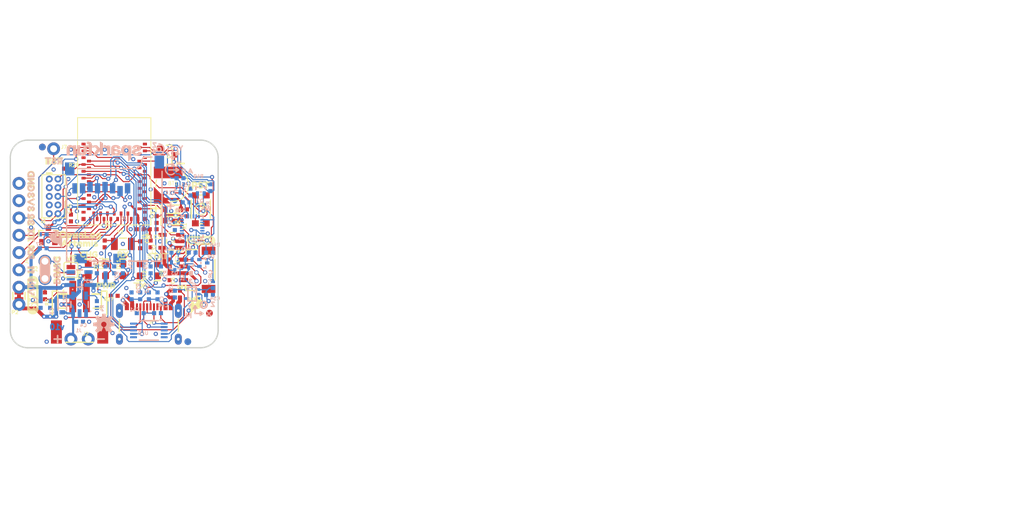
<source format=kicad_pcb>
(kicad_pcb (version 20211014) (generator pcbnew)
  (layers (0 "F.Cu" signal) (1 "In1.Cu" signal) (2 "In2.Cu" signal) (31 "B.Cu" signal) (34 "B.Paste" user) (35 "F.Paste" user) (36 "B.SilkS" user "B.Silkscreen") (37 "F.SilkS" user "F.Silkscreen") (38 "B.Mask" user) (39 "F.Mask" user) (44 "Edge.Cuts" user))
  (net 0 "")
  (net 1 "GND")
  (net 2 "3.3V")
  (net 3 "VIN")
  (net 4 "N$7")
  (net 5 "CHG_LED")
  (net 6 "N$11")
  (net 7 "V_BATT")
  (net 8 "ARTEMIS_SWDIO")
  (net 9 "ARTEMIS_~{RESET}")
  (net 10 "ARTEMIS_RX0")
  (net 11 "ARTEMIS_TX0")
  (net 12 "SWO")
  (net 13 "ARTEMIS_SWDCK")
  (net 14 "ARTEMIS_BOOT")
  (net 15 "N$20")
  (net 16 "N$21")
  (net 17 "ARTEMIS_~{AD11}")
  (net 18 "ARTEMIS_~{AD32}")
  (net 19 "ARTEMIS_~{AD12/TX1}")
  (net 20 "ARTEMIS_~{AD13/RX1}")
  (net 21 "STATLED")
  (net 22 "N$24")
  (net 23 "5V")
  (net 24 "N$25")
  (net 25 "ARTEMIS_~{RTS}")
  (net 26 "N$26")
  (net 27 "N$27")
  (net 28 "D-2")
  (net 29 "D+2")
  (net 30 "CC3")
  (net 31 "CC4")
  (net 32 "SCL")
  (net 33 "SDA")
  (net 34 "ICM_PWR")
  (net 35 "SDO")
  (net 36 "SCK")
  (net 37 "SDI")
  (net 38 "MICROSD_~{CS}")
  (net 39 "N$30")
  (net 40 "ICM-20948-LV_INT")
  (net 41 "ICM-20948-LV_SDO")
  (net 42 "ICM-20948-LV_SDI")
  (net 43 "ICM-20948-LV_SCK")
  (net 44 "ICM-20948-LV_#_1.8V")
  (net 45 "ICM_INT")
  (net 46 "ICM-20948-LV_~{CS}")
  (net 47 "ICM_~{CS}")
  (net 48 "VREG_EN")
  (net 49 "MICROSD_PWR")
  (net 50 "RTC_BAT+")
  (net 51 "VCC_1")
  (net 52 "~{POWER_LOSS}")
  (net 53 "QWIIC_PWR")
  (net 54 "SD_PWR")
  (net 55 "DAT1")
  (net 56 "DAT2")
  (net 57 "PWR_LED")
  (net 58 "QWIIC_3.3V")
  (net 59 "VREG_EN1")
  (net 60 "VIN/3")
  (net 61 "N$1")
  (footprint "boardEagle:TX3" (layer "F.Cu") (at 150.5331 111.0996)
    (fp_text reference "U$7" hide)
    (fp_text value "" hide)
  )
  (footprint "boardEagle:LED-0603" (layer "F.Cu") (at 152.3111 108.8136 -90)
    (fp_text reference "D12")
    (fp_text value "GREEN")
  )
  (footprint "boardEagle:SOT23-5" (layer "F.Cu") (at 156.8831 104.6226 90)
    (fp_text reference "U4")
    (fp_text value "3.3V")
  )
  (footprint "boardEagle:0402-TIGHT" (layer "F.Cu") (at 141.6431 93.9546)
    (fp_text reference "R29")
    (fp_text value "220KOHM-0402T-1/16W-1%" hide)
  )
  (footprint "boardEagle:0402-TIGHT" (layer "F.Cu") (at 154.2161 102.8446)
    (fp_text reference "C33")
    (fp_text value "1.0uF")
  )
  (footprint "boardEagle:TP_15TH" (layer "F.Cu") (at 160.5661 110.4646)
    (fp_text reference "QWIIC_3.3V0" hide)
    (fp_text value "TEST-POINTTP_15TH_THRU" hide)
  )
  (footprint "boardEagle:STAT5" (layer "F.Cu") (at 152.5651 106.7816)
    (fp_text reference "U$5" hide)
    (fp_text value "" hide)
  )
  (footprint "boardEagle:RX1" (layer "F.Cu") (at 136.3091 104.2416 -90)
    (fp_text reference "U$42" hide)
    (fp_text value "" hide)
  )
  (footprint "boardEagle:CRYSTAL-SMD-3.2X1.5MM" (layer "F.Cu") (at 149.7711 105.0036 180)
    (fp_text reference "Y3")
    (fp_text value "32.768kHz")
  )
  (footprint "boardEagle:LED-0603" (layer "F.Cu") (at 154.8511 108.8136 -90)
    (fp_text reference "D9")
    (fp_text value "BLUE")
  )
  (footprint "boardEagle:0402-TIGHT" (layer "F.Cu") (at 138.3411 112.6236 90)
    (fp_text reference "R2")
    (fp_text value "330K" hide)
  )
  (footprint "boardEagle:COMBO-JUMPER_2_NC_TRACE" (layer "F.Cu") (at 134.5311 112.6236 90)
    (fp_text reference "JP2")
    (fp_text value "MEAS")
  )
  (footprint "boardEagle:QWIIC#LOGO#JPG" (layer "F.Cu") (at 161.2011 104.4956)
    (fp_text reference "U$1" hide)
    (fp_text value "" hide)
  )
  (footprint "boardEagle:TP_15TH" (layer "F.Cu") (at 161.8361 110.4646)
    (fp_text reference "GND0" hide)
    (fp_text value "TEST-POINTTP_15TH_THRU" hide)
  )
  (footprint "boardEagle:113" (layer "F.Cu") (at 136.3091 107.2896 -90)
    (fp_text reference "U$36" hide)
    (fp_text value "" hide)
  )
  (footprint "boardEagle:ORDERING_INSTRUCTIONS" (layer "F.Cu") (at 180.2511 69.4436)
    (fp_text reference "LOGO3" hide)
    (fp_text value "SPECIAL_INSTRUCTIONS-ORDERING" hide)
  )
  (footprint "boardEagle:OPENLOG12" (layer "F.Cu") (at 139.4841 103.6066)
    (fp_text reference "U$28" hide)
    (fp_text value "" hide)
  )
  (footprint "boardEagle:TX0" (layer "F.Cu") (at 136.3091 101.7016 -90)
    (fp_text reference "U$55" hide)
    (fp_text value "" hide)
  )
  (footprint "boardEagle:VE0" (layer "F.Cu") (at 140.6271 107.0356)
    (fp_text reference "U$6" hide)
    (fp_text value "" hide)
  )
  (footprint "boardEagle:TP_15TH" (layer "F.Cu") (at 160.5661 109.1946)
    (fp_text reference "SDA0" hide)
    (fp_text value "TEST-POINTTP_15TH_THRU" hide)
  )
  (footprint "boardEagle:FIDUCIAL-1X2" (layer "F.Cu") (at 137.9601 90.7796)
    (fp_text reference "FD3" hide)
    (fp_text value "FIDUCIAL1X2" hide)
  )
  (footprint "boardEagle:RX4" (layer "F.Cu") (at 148.1201 106.5276)
    (fp_text reference "U$4" hide)
    (fp_text value "" hide)
  )
  (footprint "boardEagle:LED-0603" (layer "F.Cu") (at 149.7711 108.8136 90)
    (fp_text reference "D11")
    (fp_text value "Yellow")
  )
  (footprint "boardEagle:FIDUCIAL-1X2" (layer "F.Cu") (at 162.4711 115.1636)
    (fp_text reference "FD1" hide)
    (fp_text value "FIDUCIAL1X2" hide)
  )
  (footprint "boardEagle:0402-TIGHT" (layer "F.Cu") (at 156.6291 109.8296 -90)
    (fp_text reference "C5")
    (fp_text value "0.1uF")
  )
  (footprint "boardEagle:TACTILE_SWITCH_SMD_4.6X2.8MM" (layer "F.Cu") (at 161.2011 99.9236 90)
    (fp_text reference "S3")
    (fp_text value "RESET")
  )
  (footprint "boardEagle:0402-TIGHT" (layer "F.Cu") (at 152.3111 102.8446)
    (fp_text reference "C31")
    (fp_text value "0.1uF")
  )
  (footprint "boardEagle:0402-TIGHT" (layer "F.Cu") (at 148.5011 112.6236 180)
    (fp_text reference "R27")
    (fp_text value "5.1k")
  )
  (footprint "boardEagle:SMT-JUMPER_2_NO_SILK" (layer "F.Cu") (at 142.1511 108.8136 -90)
    (fp_text reference "VE0")
    (fp_text value "")
  )
  (footprint "boardEagle:1X06_NO_SILK" (layer "F.Cu") (at 134.5311 108.8136 90)
    (fp_text reference "J4")
    (fp_text value "")
  )
  (footprint "boardEagle:1X02_NO_SILK" (layer "F.Cu") (at 138.3411 107.5436 -90)
    (fp_text reference "J3")
    (fp_text value "")
  )
  (footprint "boardEagle:ARTEMIS_FP" (layer "F.Cu") (at 148.5011 94.8436 90)
    (fp_text reference "U8" hide)
    (fp_text value "ARTEMIS_MODULE" hide)
  )
  (footprint "boardEagle:JST-2-SMD" (layer "F.Cu") (at 143.4211 116.4336 180)
    (fp_text reference "J2")
    (fp_text value "")
  )
  (footprint "boardEagle:PSWC0" (layer "F.Cu") (at 140.1191 105.8926 -90)
    (fp_text reference "U$11" hide)
    (fp_text value "" hide)
  )
  (footprint "boardEagle:MEAS3" (layer "F.Cu") (at 136.5631 109.5756 -90)
    (fp_text reference "U$27" hide)
    (fp_text value "" hide)
  )
  (footprint "boardEagle:0402-TIGHT" (layer "F.Cu") (at 147.1041 105.0036 90)
    (fp_text reference "C29")
    (fp_text value "15pF")
  )
  (footprint "boardEagle:LED-0603" (layer "F.Cu") (at 144.6911 108.8136 90)
    (fp_text reference "D2")
    (fp_text value "Yellow")
  )
  (footprint "boardEagle:0402-TIGHT" (layer "F.Cu") (at 142.1511 101.1936 -90)
    (fp_text reference "C46")
    (fp_text value "0.1uF")
  )
  (footprint "boardEagle:0402-TIGHT" (layer "F.Cu") (at 157.6451 112.8776)
    (fp_text reference "R8")
    (fp_text value "0")
  )
  (footprint "boardEagle:0402-TIGHT" (layer "F.Cu") (at 157.6451 111.8616)
    (fp_text reference "R26")
    (fp_text value "5.1k")
  )
  (footprint "boardEagle:PWR0" (layer "F.Cu") (at 145.0721 111.0996)
    (fp_text reference "U$3" hide)
    (fp_text value "" hide)
  )
  (footprint "boardEagle:GND5" (layer "F.Cu") (at 136.3091 93.1926 -90)
    (fp_text reference "U$40" hide)
    (fp_text value "" hide)
  )
  (footprint "boardEagle:SOD-323" (layer "F.Cu") (at 157.1371 99.9236)
    (fp_text reference "D3")
    (fp_text value "3A/10V/280mV")
  )
  (footprint "boardEagle:USB-C-16P_4LAYER-PADS" (layer "F.Cu") (at 153.5811 113.8936)
    (fp_text reference "J5")
    (fp_text value "")
  )
  (footprint "boardEagle:3V34" (layer "F.Cu") (at 136.3091 96.4946 -90)
    (fp_text reference "U$34" hide)
    (fp_text value "" hide)
  )
  (footprint "boardEagle:CHG2" (layer "F.Cu") (at 142.6591 106.5276)
    (fp_text reference "U$2" hide)
    (fp_text value "" hide)
  )
  (footprint "boardEagle:SOT23-3" (layer "F.Cu") (at 156.2481 91.9226 -90)
    (fp_text reference "U1")
    (fp_text value "3.0V Supervisor")
  )
  (footprint "boardEagle:CREATIVE_COMMONS" (layer "F.Cu") (at 152.3111 146.9136)
    (fp_text reference "FRAME1" hide)
    (fp_text value "FRAME-LEDGER" hide)
  )
  (footprint "boardEagle:0402-TIGHT" (layer "F.Cu") (at 156.6291 107.7976 90)
    (fp_text reference "C7")
    (fp_text value "2.2uF")
  )
  (footprint "boardEagle:0402-TIGHT" (layer "F.Cu") (at 154.7241 101.4222 90)
    (fp_text reference "R3")
    (fp_text value "220k")
  )
  (footprint "boardEagle:SFE_LOGO_FLAME_.1" (layer "F.Cu") (at 160.5661 113.8936)
    (fp_text reference "LOGO4" hide)
    (fp_text value "SFE_LOGO_FLAME.1_INCH" hide)
  )
  (footprint "boardEagle:322" (layer "F.Cu") (at 136.3091 99.5426 -90)
    (fp_text reference "U$38" hide)
    (fp_text value "" hide)
  )
  (footprint "boardEagle:SOD-323" (layer "F.Cu") (at 157.1371 101.5746)
    (fp_text reference "D6")
    (fp_text value "1A/23V/620mV")
  )
  (footprint "boardEagle:SOT23-3" (layer "F.Cu") (at 138.8491 103.7336)
    (fp_text reference "Q2")
    (fp_text value "20V/4.2A/52mΩ/1.4W")
  )
  (footprint "boardEagle:RST0" (layer "F.Cu") (at 137.4521 92.8116)
    (fp_text reference "U$8" hide)
    (fp_text value "" hide)
  )
  (footprint "boardEagle:LED-0603" (layer "F.Cu") (at 147.2311 108.8136 90)
    (fp_text reference "LED1")
    (fp_text value "RED")
  )
  (footprint "boardEagle:0402-TIGHT" (layer "F.Cu") (at 153.8351 105.0036 -90)
    (fp_text reference "C32")
    (fp_text value "10uF")
  )
  (footprint "boardEagle:1X01_NO_SILK" (layer "F.Cu") (at 139.6111 91.0336)
    (fp_text reference "J7")
    (fp_text value "")
  )
  (footprint "boardEagle:ML414H_IV01E" (layer "F.Cu") (at 157.0101 96.3676 180)
    (fp_text reference "BT1")
    (fp_text value "ML414H")
  )
  (footprint "boardEagle:0402-TIGHT" (layer "F.Cu") (at 159.1691 100.4316 -90)
    (fp_text reference "R1")
    (fp_text value "2.2k")
  )
  (footprint "boardEagle:ARTEMIS13" (layer "F.Cu") (at 139.7381 104.8766)
    (fp_text reference "U$9" hide)
    (fp_text value "" hide)
  )
  (footprint "boardEagle:2X5-PTH-1.27MM" (layer "F.Cu") (at 139.6111 98.0186 -90)
    (fp_text reference "J14" hide)
    (fp_text value "CORTEX_JTAG" hide)
  )
  (footprint "boardEagle:JST04_1MM_RA" (layer "F.Cu") (at 158.6611 108.8136 90)
    (fp_text reference "J11")
    (fp_text value "QWIIC_RIGHT_ANGLE" hide)
  )
  (footprint "boardEagle:RST9" (layer "F.Cu") (at 158.9151 96.3676)
    (fp_text reference "U$32" hide)
    (fp_text value "" hide)
  )
  (footprint "boardEagle:0402-TIGHT" (layer "F.Cu") (at 152.3111 105.1306 90)
    (fp_text reference "C30")
    (fp_text value "15pF")
  )
  (footprint "boardEagle:TP_15TH" (layer "F.Cu") (at 161.8361 109.1946)
    (fp_text reference "SCL0" hide)
    (fp_text value "TEST-POINTTP_15TH_THRU" hide)
  )
  (footprint "boardEagle:SOT-416FL" (layer "B.Cu") (at 161.2011 96.4946 180)
    (fp_text reference "Q7")
    (fp_text value "20V/0.2A/8MHz/1.2Ω/1Vth")
  )
  (footprint "boardEagle:0402-TIGHT" (layer "B.Cu") (at 157.3911 106.2736 180)
    (fp_text reference "R41")
    (fp_text value "2.2k")
  )
  (footprint "boardEagle:SOT-416FL" (layer "B.Cu") (at 158.1531 97.3836)
    (fp_text reference "Q10")
    (fp_text value "20V/0.2A/8MHz/1.2Ω/1Vth")
  )
  (footprint "boardEagle:SOT-416FL" (layer "B.Cu") (at 162.0901 107.7976 90)
    (fp_text reference "Q9")
    (fp_text value "20V/0.2A/8MHz/1.2Ω/1Vth")
  )
  (footprint "boardEagle:0402-TIGHT" (layer "B.Cu") (at 152.3111 115.1636 180)
    (fp_text reference "C41")
    (fp_text value "0.1uF")
  )
  (footprint "boardEagle:0402-TIGHT" (layer "B.Cu") (at 155.3591 108.8136 90)
    (fp_text reference "R23")
    (fp_text value "1k")
  )
  (footprint "boardEagle:RX1" (layer "B.Cu") (at 136.3091 108.1786 90)
    (fp_text reference "U$54" hide)
    (fp_text value "" hide)
  )
  (footprint "boardEagle:Y1" (layer "B.Cu") (at 159.2961 90.9066 180)
    (fp_text reference "U$44" hide)
    (fp_text value "" hide)
  )
  (footprint "boardEagle:0402-TIGHT" (layer "B.Cu") (at 145.9611 108.8136 90)
    (fp_text reference "R5")
    (fp_text value "1k")
  )
  (footprint "boardEagle:0402-TIGHT" (layer "B.Cu") (at 149.7711 108.8136 -90)
    (fp_text reference "R24")
    (fp_text value "1k")
  )
  (footprint "boardEagle:X0" (layer "B.Cu") (at 161.3281 115.25885)
    (fp_text reference "U$49" hide)
    (fp_text value "" hide)
  )
  (footprint "boardEagle:X0" (layer "B.Cu") (at 156.8831 93.1926)
    (fp_text reference "U$43" hide)
    (fp_text value "" hide)
  )
  (footprint "boardEagle:Z2" (layer "B.Cu") (at 155.4353 90.4748 180)
    (fp_text reference "U$45" hide)
    (fp_text value "" hide)
  )
  (footprint "boardEagle:RST0" (layer "B.Cu") (at 141.8971 92.8116 180)
    (fp_text reference "U$12" hide)
    (fp_text value "" hide)
  )
  (footprint "boardEagle:0402-TIGHT" (layer "B.Cu") (at 159.6771 97.3836 90)
    (fp_text reference "C51")
    (fp_text value "0.1uF")
  )
  (footprint "boardEagle:STAND-OFF" (layer "B.Cu") (at 135.8011 92.3036 180)
    (fp_text reference "H3" hide)
    (fp_text value "STAND-OFF" hide)
  )
  (footprint "boardEagle:0402-TIGHT" (layer "B.Cu") (at 153.5811 112.6236 90)
    (fp_text reference "C42")
    (fp_text value "0.1uF")
  )
  (footprint "boardEagle:0402-TIGHT" (layer "B.Cu") (at 138.0871 105.6386 180)
    (fp_text reference "R7")
    (fp_text value "2M")
  )
  (footprint "boardEagle:0402-TIGHT" (layer "B.Cu") (at 154.8511 115.1636)
    (fp_text reference "C40")
    (fp_text value "10nF")
  )
  (footprint "boardEagle:VIN8" (layer "B.Cu") (at 136.3091 113.5126 90)
    (fp_text reference "U$33" hide)
    (fp_text value "" hide)
  )
  (footprint "boardEagle:FIDUCIAL-1X2" (layer "B.Cu") (at 137.9601 90.7796 180)
    (fp_text reference "FD2" hide)
    (fp_text value "FIDUCIAL1X2" hide)
  )
  (footprint "boardEagle:TX0" (layer "B.Cu") (at 136.3091 105.6386 90)
    (fp_text reference "U$56" hide)
    (fp_text value "" hide)
  )
  (footprint "boardEagle:322" (layer "B.Cu") (at 136.3091 103.3526 90)
    (fp_text reference "U$39" hide)
    (fp_text value "" hide)
  )
  (footprint "boardEagle:0402-TIGHT" (layer "B.Cu") (at 137.7061 113.8936 -90)
    (fp_text reference "C1")
    (fp_text value "1.0uF")
  )
  (footprint "boardEagle:SOD-323" (layer "B.Cu") (at 140.8811 113.8936 -90)
    (fp_text reference "D1")
    (fp_text value "3A/10V/280mV")
  )
  (footprint "boardEagle:0402-TIGHT" (layer "B.Cu") (at 162.4711 106.2736)
    (fp_text reference "R46")
    (fp_text value "2.2k")
  )
  (footprint "boardEagle:SOT23-5" (layer "B.Cu") (at 143.4211 113.8936 180)
    (fp_text reference "U2")
    (fp_text value "MCP73831")
  )
  (footprint "boardEagle:PAD.03X.03" (layer "B.Cu") (at 157.3911 98.6536 180)
    (fp_text reference "TP1" hide)
    (fp_text value "TEST-POINT3" hide)
  )
  (footprint "boardEagle:30" (layer "B.Cu") (at 159.6771 110.4646 180)
    (fp_text reference "U$15" hide)
    (fp_text value "" hide)
  )
  (footprint "boardEagle:3V34" (layer "B.Cu") (at 136.3091 101.1936 90)
    (fp_text reference "U$35" hide)
    (fp_text value "" hide)
  )
  (footprint "boardEagle:FIDUCIAL-1X2" (layer "B.Cu") (at 159.2961 119.3546 180)
    (fp_text reference "FD4" hide)
    (fp_text value "FIDUCIAL1X2" hide)
  )
  (footprint "boardEagle:113" (layer "B.Cu") (at 136.3091 110.3376 90)
    (fp_text reference "U$37" hide)
    (fp_text value "" hide)
  )
  (footprint "boardEagle:0402-TIGHT" (layer "B.Cu") (at 153.8351 108.8136 -90)
    (fp_text reference "R25")
    (fp_text value "1k")
  )
  (footprint "boardEagle:0402-TIGHT" (layer "B.Cu") (at 152.3111 112.6236 90)
    (fp_text reference "R28")
    (fp_text value "100k")
  )
  (footprint "boardEagle:0402-TIGHT" (layer "B.Cu") (at 148.5011 108.8136 -90)
    (fp_text reference "R22")
    (fp_text value "1k")
  )
  (footprint "boardEagle:0402-TIGHT" (layer "B.Cu") (at 159.9311 106.2736 180)
    (fp_text reference "R40")
    (fp_text value "2.2k")
  )
  (footprint "boardEagle:0402-TIGHT" (layer "B.Cu") (at 145.9611 113.8936 90)
    (fp_text reference "R4")
    (fp_text value "2.2k")
  )
  (footprint "boardEagle:SOT-416FL" (layer "B.Cu") (at 159.4231 108.4326)
    (fp_text reference "Q1")
    (fp_text value "20V/0.2A/8MHz/1.2Ω/1Vth")
  )
  (footprint "boardEagle:0402-TIGHT" (layer "B.Cu") (at 162.9791 110.9726 -90)
    (fp_text reference "R47")
    (fp_text value "2.2k")
  )
  (footprint "boardEagle:Y1" (layer "B.Cu") (at 160.5661 114.11585 180)
    (fp_text reference "U$50" hide)
    (fp_text value "" hide)
  )
  (footprint "boardEagle:0402-TIGHT" (layer "B.Cu") (at 138.0871 103.6066)
    (fp_text reference "R6")
    (fp_text value "1M")
  )
  (footprint "boardEagle:0402-TIGHT" (layer "B.Cu") (at 157.3911 102.4636 -90)
    (fp_text reference "C53")
    (fp_text value "1.0uF")
  )
  (footprint "boardEagle:0402-TIGHT" (layer "B.Cu") (at 162.5981 96.7486 90)
    (fp_text reference "R45")
    (fp_text value "2.2k")
  )
  (footprint "boardEagle:MSOP10" (layer "B.Cu") (at 153.5811 117.7036 180)
    (fp_text reference "U10")
    (fp_text value "CH340E")
  )
  (footprint "boardEagle:A4" (layer "B.Cu") (at 160.7693 94.2848 180)
    (fp_text reference "U$47" hide)
    (fp_text value "" hide)
  )
  (footprint "boardEagle:0402-TIGHT" (layer "B.Cu") (at 157.3911 112.3696 -90)
    (fp_text reference "C52")
    (fp_text value "0.1uF")
  )
  (footprint "boardEagle:0402-TIGHT" (layer "B.Cu") (at 159.0421 98.9076 180)
    (fp_text reference "R48")
    (fp_text value "2.2k")
  )
  (footprint "boardEagle:PSWC0" (layer "B.Cu") (at 140.1191 111.8616 90)
    (fp_text reference "U$10" hide)
    (fp_text value "" hide)
  )
  (footprint "boardEagle:GND5" (layer "B.Cu") (at 136.3091 98.3996 90)
    (fp_text reference "U$41" hide)
    (fp_text value "" hide)
  )
  (footprint "boardEagle:0402-TIGHT" (layer "B.Cu") (at 143.4211 116.4336)
    (fp_text reference "C4")
    (fp_text value "4.7uF")
  )
  (footprint "boardEagle:0402-TIGHT" (layer "B.Cu") (at 158.1531 95.3516)
    (fp_text reference "R49")
    (fp_text value "DNP" hide)
  )
  (footprint "boardEagle:0402-TIGHT" (layer "B.Cu") (at 139.1031 113.8936 -90)
    (fp_text reference "C3")
    (fp_text value "4.7uF")
  )
  (footprint "boardEagle:0402-TIGHT" (layer "B.Cu") (at 147.2311 108.8136 90)
    (fp_text reference "C2")
    (fp_text value "2.2uF")
  )
  (footprint "boardEagle:SC70" (layer "B.Cu") (at 159.9311 112.3696 -90)
    (fp_text reference "U14")
    (fp_text value "1.8V/100mA")
  )
  (footprint "boardEagle:0402-TIGHT" (layer "B.Cu") (at 161.2011 99.2886)
    (fp_text reference "R44")
    (fp_text value "2.2k")
  )
  (footprint "boardEagle:SOT23-5" (layer "B.Cu") (at 143.4211 110.0836 90)
    (fp_text reference "U3")
    (fp_text value "3.3V")
  )
  (footprint "boardEagle:STAND-OFF" (layer "B.Cu") (at 135.8011 117.7036 180)
    (fp_text reference "H1" hide)
    (fp_text value "STAND-OFF" hide)
  )
  (footprint "boardEagle:SOT-416FL" (layer "B.Cu") (at 157.3911 108.8136)
    (fp_text reference "Q3")
    (fp_text value "20V/0.2A/8MHz/1.2Ω/1Vth")
  )
  (footprint "boardEagle:Z2" (layer "B.Cu") (at 163.9951 113.86185 180)
    (fp_text reference "U$51" hide)
    (fp_text value "" hide)
  )
  (footprint "boardEagle:QFN24-3X3-ICM-20948" (layer "B.Cu") (at 159.9311 102.4636)
    (fp_text reference "U13")
    (fp_text value "9DoF IMU")
  )
  (footprint "boardEagle:STAND-OFF" (layer "B.Cu") (at 161.2011 117.7036 180)
    (fp_text reference "H2" hide)
    (fp_text value "STAND-OFF" hide)
  )
  (footprint "boardEagle:0402-TIGHT" (layer "B.Cu") (at 151.0411 112.6236 90)
    (fp_text reference "C44")
    (fp_text value "1.0nF")
  )
  (footprint "boardEagle:D0" (layer "B.Cu") (at 159.6771 109.3216 180)
    (fp_text reference "U$14" hide)
    (fp_text value "" hide)
  )
  (footprint "boardEagle:STAND-OFF" (layer "B.Cu") (at 161.2011 92.3036 180)
    (fp_text reference "H4" hide)
    (fp_text value "STAND-OFF" hide)
  )
  (footprint "boardEagle:SFE_LOGO_FLAME_.1" (layer "B.Cu") (at 139.9921 104.2416 180)
    (fp_text reference "LOGO5" hide)
    (fp_text value "SFE_LOGO_FLAME.1_INCH" hide)
  )
  (footprint "boardEagle:OSHW-LOGO-S" (layer "B.Cu") (at 146.9771 116.8146 180)
    (fp_text reference "LOGO2" hide)
    (fp_text value "OSHW-LOGOS" hide)
  )
  (footprint "boardEagle:M3" (layer "B.Cu") (at 160.5661 115.51285 180)
    (fp_text reference "U$48" hide)
    (fp_text value "" hide)
  )
  (footprint "boardEagle:0402-TIGHT" (layer "B.Cu") (at 154.8511 112.6236 90)
    (fp_text reference "C43")
    (fp_text value "0.1uF")
  )
  (footprint "boardEagle:0402-TIGHT" (layer "B.Cu") (at 162.4711 112.4966)
    (fp_text reference "C54")
    (fp_text value "1.0uF")
  )
  (footprint "boardEagle:SFE_LOGO_NAME_.1" (layer "B.Cu") (at 146.9771 91.4146 180)
    (fp_text reference "LOGO1" hide)
    (fp_text value "SFE_LOGO_NAME.1_INCH" hide)
  )
  (footprint "boardEagle:MICRO-SD-SOCKET" (layer "B.Cu") (at 141.5161 107.5436 180)
    (fp_text reference "J6")
    (fp_text value "MICRO-SD")
  )
  (footprint "boardEagle:1X02_NO_SILK" (layer "B.Cu") (at 142.1511 118.9736)
    (fp_text reference "J1")
    (fp_text value "")
  )
  (footprint "boardEagle:G5" (layer "B.Cu") (at 159.7533 94.2848 180)
    (fp_text reference "U$46" hide)
    (fp_text value "" hide)
  )
  (footprint "boardEagle:C0" (layer "B.Cu") (at 162.5981 109.1946 180)
    (fp_text reference "U$13" hide)
    (fp_text value "" hide)
  )
  (gr_circle (center 161.6329 113.93805) (end 162.1409 113.93805) (layer "B.SilkS") (width 0.2032) (fill none))
  (gr_line (start 157.983612 91.794079) (end 157.581553 91.996385) (layer "B.SilkS") (width 0.2032))
  (gr_line (start 161.937896 113.641816) (end 161.302896 114.251419) (layer "B.SilkS") (width 0.2032))
  (gr_line (start 157.9245 94.1324) (end 156.5275 94.1324) (layer "B.SilkS") (width 0.2032))
  (gr_line (start 161.3283 113.641813) (end 161.937903 114.251407) (layer "B.SilkS") (width 0.2032))
  (gr_line (start 156.7561 99.8728) (end 156.7561 98.9838) (layer "B.SilkS") (width 0.254))
  (gr_line (start 161.1251 115.47065) (end 161.1251 114.96265) (layer "B.SilkS") (width 0.2032))
  (gr_line (start 154.6225 91.3384) (end 154.1653 91.5416) (layer "B.SilkS") (width 0.2032))
  (gr_arc (start 155.0543 90.3478) (mid 155.593115 91.648615) (end 154.2923 91.1098) (layer "B.SilkS") (width 0.2032))
  (gr_line (start 157.337884 93.560947) (end 156.94059 93.61965) (layer "B.SilkS") (width 0.2032))
  (gr_line (start 154.4193 91.2368) (end 154.2923 91.2368) (layer "B.SilkS") (width 0.2032))
  (gr_line (start 157.52285 91.599091) (end 157.983612 91.794079) (layer "B.SilkS") (width 0.2032))
  (gr_line (start 157.5689 94.3864) (end 157.5689 93.8784) (layer "B.SilkS") (width 0.2032))
  (gr_line (start 157.135578 93.158888) (end 157.337884 93.560947) (layer "B.SilkS") (width 0.2032))
  (gr_line (start 157.0609 92.6084) (end 156.8069 92.2274) (layer "B.SilkS") (width 0.2032))
  (gr_line (start 154.1653 91.5416) (end 154.2923 91.1098) (layer "B.SilkS") (width 0.2032))
  (gr_line (start 138.3411 107.5436) (end 138.3411 110.0836) (layer "B.SilkS") (width 1.524))
  (gr_line (start 140.7033 118.9736) (end 139.6873 118.9736) (layer "B.SilkS") (width 0.254))
  (gr_line (start 147.0279 118.9736) (end 146.0119 118.9736) (layer "B.SilkS") (width 0.254))
  (gr_line (start 161.1251 114.96265) (end 161.5061 115.21665) (layer "B.SilkS") (width 0.2032))
  (gr_line (start 160.6171 114.45465) (end 160.1091 114.45465) (layer "B.SilkS") (width 0.2032))
  (gr_line (start 160.3631 115.21665) (end 161.5061 115.21665) (layer "B.SilkS") (width 0.2032))
  (gr_line (start 157.581553 91.996385) (end 157.52285 91.599091) (layer "B.SilkS") (width 0.2032))
  (gr_line (start 154.3939 91.3384) (end 154.3177 91.44) (layer "B.SilkS") (width 0.2032))
  (gr_line (start 154.2923 91.1098) (end 154.6225 91.3384) (layer "B.SilkS") (width 0.2032))
  (gr_arc (start 157.302156 94.637985) (mid 156.01992 94.056338) (end 157.337884 93.560947) (layer "B.SilkS") (width 0.2032))
  (gr_circle (center 155.0543 91.1098) (end 155.3591 91.1098) (layer "B.SilkS") (width 0.2032) (fill none))
  (gr_arc (start 156.504515 91.960657) (mid 157.086162 90.678421) (end 157.581553 91.996385) (layer "B.SilkS") (width 0.2032))
  (gr_line (start 156.94059 93.61965) (end 157.135578 93.158888) (layer "B.SilkS") (width 0.2032))
  (gr_line (start 140.1953 118.4656) (end 140.1953 119.4816) (layer "B.SilkS") (width 0.254))
  (gr_line (start 157.9499 94.1324) (end 157.5689 94.3864) (layer "B.SilkS") (width 0.2032))
  (gr_line (start 161.5061 115.21665) (end 161.1251 115.47065) (layer "B.SilkS") (width 0.2032))
  (gr_line (start 156.8069 92.2274) (end 157.3149 92.2274) (layer "B.SilkS") (width 0.2032))
  (gr_line (start 157.5689 93.8784) (end 157.9499 94.1324) (layer "B.SilkS") (width 0.2032))
  (gr_line (start 160.1091 114.45465) (end 160.3631 114.07365) (layer "B.SilkS") (width 0.2032))
  (gr_line (start 157.3149 92.2274) (end 157.0609 92.6084) (layer "B.SilkS") (width 0.2032))
  (gr_line (start 160.3631 114.07365) (end 160.6171 114.45465) (layer "B.SilkS") (width 0.2032))
  (gr_line (start 157.2133 99.4156) (end 156.3243 99.4156) (layer "B.SilkS") (width 0.254))
  (gr_line (start 160.3631 115.21665) (end 160.3631 114.07365) (layer "B.SilkS") (width 0.2032))
  (gr_line (start 157.0609 91.186) (end 157.0609 92.6084) (layer "B.SilkS") (width 0.2032))
  (gr_line (start 138.3411 107.5436) (end 138.3411 110.0836) (layer "F.SilkS") (width 1.524))
  (gr_line (start 140.5509 112.3696) (end 141.5669 112.3696) (layer "F.SilkS") (width 0.254))
  (gr_line (start 141.0589 111.8616) (end 141.0589 112.8776) (layer "F.SilkS") (width 0.254))
  (gr_line (start 154.5971 99.3394) (end 154.5971 100.2284) (layer "F.SilkS") (width 0.254))
  (gr_line (start 157.7213 93.1926) (end 158.7373 93.1926) (layer "F.SilkS") (width 0.254))
  (gr_line (start 154.1399 99.7966) (end 155.0289 99.7966) (layer "F.SilkS") (width 0.254))
  (gr_line (start 145.2753 112.3696) (end 146.2913 112.3696) (layer "F.SilkS") (width 0.254))
  (gr_arc (start 135.8011 120.2436) (mid 134.005049 119.499651) (end 133.2611 117.7036) (layer "Edge.Cuts") (width 0.2032))
  (gr_line (start 135.8011 89.7636) (end 161.2011 89.7636) (layer "Edge.Cuts") (width 0.2032))
  (gr_line (start 163.7411 92.3036) (end 163.7411 117.7036) (layer "Edge.Cuts") (width 0.2032))
  (gr_line (start 133.2611 117.7036) (end 133.2611 92.3036) (layer "Edge.Cuts") (width 0.2032))
  (gr_arc (start 161.2011 89.7636) (mid 162.997151 90.507549) (end 163.7411 92.3036) (layer "Edge.Cuts") (width 0.2032))
  (gr_line (start 161.2011 120.2436) (end 135.8011 120.2436) (layer "Edge.Cuts") (width 0.2032))
  (gr_arc (start 133.2611 92.3036) (mid 134.005049 90.507549) (end 135.8011 89.7636) (layer "Edge.Cuts") (width 0.2032))
  (gr_arc (start 163.7411 117.7036) (mid 162.997151 119.499651) (end 161.2011 120.2436) (layer "Edge.Cuts") (width 0.2032))
  (gr_text "v10" (at 140.1191 117.1956) (layer "B.Cu") (effects (font (size 0.8128 0.8128) (thickness 0.2032)) (justify mirror)))
  (segment (start 159.0421 104.7496) (end 158.9151 104.6226) (width 0.2032) (layer "F.Cu") (net 1))
  (segment (start 157.1451 112.8776) (end 156.6291 112.8776) (width 0.508) (layer "F.Cu") (net 1))
  (segment (start 157.1451 111.8616) (end 156.6291 111.8616) (width 0.508) (layer "F.Cu") (net 1))
  (segment (start 156.6291 107.2976) (end 157.5261 106.4006) (width 0.2032) (layer "F.Cu") (net 1))
  (segment (start 158.1832 104.6226) (end 157.5181 104.6226) (width 0.4572) (layer "F.Cu") (net 1))
  (segment (start 157.5261 106.4006) (end 158.6611 106.4006) (width 0.2032) (layer "F.Cu") (net 1))
  (segment (start 158.9151 104.6226) (end 158.1832 104.6226) (width 0.2032) (layer "F.Cu") (net 1))
  (segment (start 156.8061 113.7166) (end 157.1451 113.3776) (width 0.508) (layer "F.Cu") (net 1))
  (segment (start 158.6611 106.4006) (end 159.0421 106.0196) (width 0.2032) (layer "F.Cu") (net 1))
  (segment (start 150.3561 114.2336) (end 150.3561 113.8436) (width 0.508) (layer "F.Cu") (net 1))
  (segment (start 156.8061 114.2336) (end 156.8061 113.7166) (width 0.508) (layer "F.Cu") (net 1))
  (segment (start 157.1451 113.3776) (end 157.1451 112.8776) (width 0.508) (layer "F.Cu") (net 1))
  (segment (start 156.6291 112.8776) (end 156.1211 112.3696) (width 0.508) (layer "F.Cu") (net 1))
  (segment (start 157.5181 104.6226) (end 157.1371 104.2416) (width 0.4572) (layer "F.Cu") (net 1))
  (segment (start 156.6291 111.8616) (end 156.1211 112.3696) (width 0.508) (layer "F.Cu") (net 1))
  (segment (start 150.3561 113.8436) (end 149.7711 113.2586) (width 0.508) (layer "F.Cu") (net 1))
  (segment (start 159.0421 106.0196) (end 159.0421 104.7496) (width 0.2032) (layer "F.Cu") (net 1))
  (via (at 141.7701 95.4786) (size 0.6096) (drill 0.3048) (layers "F.Cu" "B.Cu") (net 1))
  (via (at 153.9621 100.9396) (size 0.6096) (drill 0.3048) (layers "F.Cu" "B.Cu") (net 1))
  (via (at 159.8041 102.9716) (size 0.6096) (drill 0.3048) (layers "F.Cu" "B.Cu") (net 1))
  (via (at 136.5631 113.2586) (size 0.6096) (drill 0.3048) (layers "F.Cu" "B.Cu") (net 1))
  (via (at 161.6456 113.92535) (size 0.6096) (drill 0.3048) (layers "F.Cu" "B.Cu") (net 1))
  (via (at 149.7711 113.2586) (size 0.6096) (drill 0.3048) (layers "F.Cu" "B.Cu") (net 1))
  (via (at 150.2791 91.2876) (size 0.6096) (drill 0.3048) (layers "F.Cu" "B.Cu") (net 1))
  (via (at 136.3091 102.5906) (size 0.6096) (drill 0.3048) (layers "F.Cu" "B.Cu") (net 1))
  (via (at 150.2791 111.4806) (size 0.6096) (drill 0.3048) (layers "F.Cu" "B.Cu") (net 1))
  (via (at 142.1511 91.1606) (size 0.6096) (drill 0.3048) (layers "F.Cu" "B.Cu") (net 1))
  (via (at 145.5801 98.1456) (size 0.6096) (drill 0.3048) (layers "F.Cu" "B.Cu") (net 1))
  (via (at 155.8671 110.2106) (size 0.6096) (drill 0.3048) (layers "F.Cu" "B.Cu") (net 1))
  (via (at 147.1041 91.1606) (size 0.6096) (drill 0.3048) (layers "F.Cu" "B.Cu") (net 1))
  (via (at 141.0081 110.0836) (size 0.6096) (drill 0.3048) (layers "F.Cu" "B.Cu") (net 1))
  (via (at 157.1371 104.2416) (size 0.6096) (drill 0.3048) (layers "F.Cu" "B.Cu") (net 1))
  (via (at 162.2171 103.4796) (size 0.6096) (drill 0.3048) (layers "F.Cu" "B.Cu") (net 1))
  (via (at 139.6111 94.0816) (size 0.6096) (drill 0.3048) (layers "F.Cu" "B.Cu") (net 1))
  (via (at 159.385 96.1136) (size 0.6096) (drill 0.3048) (layers "F.Cu" "B.Cu") (net 1))
  (via (at 146.5961 106.4006) (size 0.6096) (drill 0.3048) (layers "F.Cu" "B.Cu") (net 1))
  (via (at 154.5971 118.2116) (size 0.6096) (drill 0.3048) (layers "F.Cu" "B.Cu") (net 1))
  (via (at 150.9141 102.8446) (size 0.6096) (drill 0.3048) (layers "F.Cu" "B.Cu") (net 1))
  (via (at 153.8351 97.0026) (size 0.6096) (drill 0.3048) (layers "F.Cu" "B.Cu") (net 1))
  (via (at 143.4211 113.8936) (size 0.6096) (drill 0.3048) (layers "F.Cu" "B.Cu") (net 1))
  (via (at 150.7871 98.1456) (size 0.6096) (drill 0.3048) (layers "F.Cu" "B.Cu") (net 1))
  (via (at 143.0401 101.7016) (size 0.6096) (drill 0.3048) (layers "F.Cu" "B.Cu") (net 1))
  (via (at 157.5181 110.3376) (size 0.6096) (drill 0.3048) (layers "F.Cu" "B.Cu") (net 1))
  (via (at 145.9611 115.1636) (size 0.6096) (drill 0.3048) (layers "F.Cu" "B.Cu") (net 1))
  (via (at 156.1211 112.3696) (size 0.6096) (drill 0.3048) (layers "F.Cu" "B.Cu") (net 1))
  (via (at 155.2321 104.6226) (size 0.6096) (drill 0.3048) (layers "F.Cu" "B.Cu") (net 1))
  (via (at 144.8181 116.4336) (size 0.6096) (drill 0.3048) (layers "F.Cu" "B.Cu") (net 1))
  (via (at 148.2471 118.0846) (size 0.6096) (drill 0.3048) (layers "F.Cu" "B.Cu") (net 1))
  (via (at 149.7711 105.0036) (size 0.6096) (drill 0.3048) (layers "F.Cu" "B.Cu") (net 1))
  (via (at 151.2951 92.5576) (size 0.6096) (drill 0.3048) (layers "F.Cu" "B.Cu") (net 1))
  (via (at 155.8671 96.1136) (size 0.6096) (drill 0.3048) (layers "F.Cu" "B.Cu") (net 1))
  (via (at 138.5951 119.3546) (size 0.6096) (drill 0.3048) (layers "F.Cu" "B.Cu") (net 1))
  (segment (start 161.6456 113.5761) (end 161.6456 113.92535) (width 0.1524) (layer "B.Cu") (net 1))
  (segment (start 161.0581 103.4636) (end 160.5661 102.9716) (width 0.1524) (layer "B.Cu") (net 1))
  (segment (start 160.7561 112.3696) (end 161.2011 112.3696) (width 0.1524) (layer "B.Cu") (net 1))
  (segment (start 161.4836 103.4636) (end 161.0581 103.4636) (width 0.1524) (layer "B.Cu") (net 1))
  (segment (start 161.3597 113.2902) (end 161.6456 113.5761) (width 0.1524) (layer "B.Cu") (net 1))
  (segment (start 161.4996 103.4796) (end 162.2171 103.4796) (width 0.1524) (layer "B.Cu") (net 1))
  (segment (start 161.3597 112.5282) (end 161.3597 113.2902) (width 0.1524) (layer "B.Cu") (net 1))
  (segment (start 160.5311 103.0066) (end 160.5661 102.9716) (width 0.1524) (layer "B.Cu") (net 1))
  (segment (start 161.4836 103.4636) (end 161.4996 103.4796) (width 0.1524) (layer "B.Cu") (net 1))
  (segment (start 160.5311 103.9636) (end 160.5311 103.0066) (width 0.1524) (layer "B.Cu") (net 1))
  (segment (start 161.2011 112.3696) (end 161.3597 112.5282) (width 0.1524) (layer "B.Cu") (net 1))
  (segment (start 160.5661 102.9716) (end 159.8041 102.9716) (width 0.1524) (layer "B.Cu") (net 1))
  (segment (start 157.3481 92.8486) (end 157.2387 92.958) (width 0.1524) (layer "F.Cu") (net 2))
  (segment (start 139.6881 104.6226) (end 138.8491 104.6226) (width 0.1524) (layer "F.Cu") (net 2))
  (segment (start 157.3481 91.9226) (end 157.3481 92.8486) (width 0.1524) (layer "F.Cu") (net 2))
  (segment (start 157.029481 101.5746) (end 156.7815 101.326619) (width 0.5588) (layer "F.Cu") (net 2))
  (segment (start 139.7991 104.7336) (end 139.6881 104.6226) (width 0.1524) (layer "F.Cu") (net 2))
  (segment (start 158.2871 101.5746) (end 157.029481 101.5746) (width 0.5588) (layer "F.Cu") (net 2))
  (via (at 152.5651 118.2116) (size 0.6096) (drill 0.3048) (layers "F.Cu" "B.Cu") (net 2))
  (via (at 138.8491 104.6226) (size 0.6096) (drill 0.3048) (layers "F.Cu" "B.Cu") (net 2))
  (via (at 145.4531 111.8616) (size 0.6096) (drill 0.3048) (layers "F.Cu" "B.Cu") (net 2))
  (via (at 162.3441 113.3856) (size 0.6096) (drill 0.3048) (layers "F.Cu" "B.Cu") (net 2))
  (via (at 153.8351 110.0836) (size 0.6096) (drill 0.3048) (layers "F.Cu" "B.Cu") (net 2))
  (via (at 147.2311 110.9726) (size 0.6096) (drill 0.3048) (layers "F.Cu" "B.Cu") (net 2))
  (via (at 148.8821 110.4646) (size 0.6096) (drill 0.3048) (layers "F.Cu" "B.Cu") (net 2))
  (via (at 157.2387 92.958) (size 0.6096) (drill 0.3048) (layers "F.Cu" "B.Cu") (net 2))
  (via (at 156.7815 101.326619) (size 0.6096) (drill 0.3048) (layers "F.Cu" "B.Cu") (net 2))
  (segment (start 149.7711 109.3136) (end 149.7711 109.3216) (width 0.1524) (layer "B.Cu") (net 2))
  (segment (start 152.6041 116.6876) (end 152.6041 116.1406) (width 0.1524) (layer "B.Cu") (net 2))
  (segment (start 159.4151 95.3516) (end 158.6531 95.3516) (width 0.1524) (layer "B.Cu") (net 2))
  (segment (start 159.9231 95.8596) (end 159.4151 95.3516) (width 0.1524) (layer "B.Cu") (net 2))
  (segment (start 161.9561 111.9736) (end 161.9711 111.9886) (width 0.1524) (layer "B.Cu") (net 2))
  (segment (start 162.264387 96.2486) (end 161.875387 95.8596) (width 0.1524) (layer "B.Cu") (net 2))
  (segment (start 147.2311 109.3136) (end 147.2311 111.0336) (width 0.5588) (layer "B.Cu") (net 2))
  (segment (start 161.9711 112.4966) (end 161.9711 111.9886) (width 0.1524) (layer "B.Cu") (net 2))
  (segment (start 152.5571 118.2036) (end 152.5651 118.2116) (width 0.1524) (layer "B.Cu") (net 2))
  (segment (start 162.9791 111.4726) (end 162.4571 111.4726) (width 0.1524) (layer "B.Cu") (net 2))
  (segment (start 151.3471 116.6876) (end 152.6041 116.6876) (width 0.1524) (layer "B.Cu") (net 2))
  (segment (start 158.6531 95.3516) (end 158.0181 94.7166) (width 0.1524) (layer "B.Cu") (net 2))
  (segment (start 152.6041 118.2506) (end 152.5651 118.2116) (width 0.1524) (layer "B.Cu") (net 2))
  (segment (start 157.2387 92.958) (end 157.2387 94.3182) (width 0.1524) (layer "B.Cu") (net 2))
  (segment (start 162.0981 112.6236) (end 162.0981 113.1396) (width 0.1524) (layer "B.Cu") (net 2))
  (segment (start 162.0981 112.6236) (end 161.9711 112.4966) (width 0.1524) (layer "B.Cu") (net 2))
  (segment (start 160.8201 111.6556) (end 160.7561 111.7196) (width 0.1524) (layer "B.Cu") (net 2))
  (segment (start 161.875387 95.8596) (end 159.9231 95.8596) (width 0.1524) (layer "B.Cu") (net 2))
  (segment (start 157.6371 94.7166) (end 157.2387 94.3182) (width 0.1524) (layer "B.Cu") (net 2))
  (segment (start 162.3441 113.3856) (end 162.0981 113.1396) (width 0.1524) (layer "B.Cu") (net 2))
  (segment (start 152.8191 115.9256) (end 152.8191 115.1716) (width 0.1524) (layer "B.Cu") (net 2))
  (segment (start 152.8111 115.1636) (end 154.3511 115.1636) (width 0.1524) (layer "B.Cu") (net 2))
  (segment (start 162.5981 96.2486) (end 162.264387 96.2486) (width 0.1524) (layer "B.Cu") (net 2))
  (segment (start 152.6041 116.1406) (end 152.8191 115.9256) (width 0.1524) (layer "B.Cu") (net 2))
  (segment (start 145.4531 111.0336) (end 147.2311 111.0336) (width 0.5588) (layer "B.Cu") (net 2))
  (segment (start 149.7711 109.3216) (end 148.8821 110.2106) (width 0.1524) (layer "B.Cu") (net 2))
  (segment (start 158.0181 94.7166) (end 157.6371 94.7166) (width 0.1524) (layer "B.Cu") (net 2))
  (segment (start 153.8351 109.3136) (end 153.8351 110.0836) (width 0.1524) (layer "B.Cu") (net 2))
  (segment (start 145.4531 111.8616) (end 145.4531 111.0336) (width 0.5588) (layer "B.Cu") (net 2))
  (segment (start 144.7212 111.0336) (end 145.4531 111.0336) (width 0.5588) (layer "B.Cu") (net 2))
  (segment (start 162.2101 111.7196) (end 161.9561 111.9736) (width 0.1524) (layer "B.Cu") (net 2))
  (segment (start 151.3311 116.7036) (end 151.3471 116.6876) (width 0.1524) (layer "B.Cu") (net 2))
  (segment (start 151.3311 118.2036) (end 152.5571 118.2036) (width 0.1524) (layer "B.Cu") (net 2))
  (segment (start 148.3131 111.0336) (end 148.8821 110.4646) (width 0.5588) (layer "B.Cu") (net 2))
  (segment (start 162.4571 111.4726) (end 162.2101 111.7196) (width 0.1524) (layer "B.Cu") (net 2))
  (segment (start 152.6041 118.2506) (end 152.6041 116.6876) (width 0.1524) (layer "B.Cu") (net 2))
  (segment (start 152.8191 115.1716) (end 152.8111 115.1636) (width 0.1524) (layer "B.Cu") (net 2))
  (segment (start 160.7561 111.7196) (end 162.2101 111.7196) (width 0.1524) (layer "B.Cu") (net 2))
  (segment (start 147.2311 111.0336) (end 148.3131 111.0336) (width 0.5588) (layer "B.Cu") (net 2))
  (segment (start 148.8821 110.2106) (end 148.8821 110.4646) (width 0.1524) (layer "B.Cu") (net 2))
  (segment (start 138.3411 111.4806) (end 138.3411 112.1236) (width 0.1524) (layer "F.Cu") (net 3))
  (segment (start 158.1832 105.5726) (end 157.180843 105.5726) (width 0.5588) (layer "F.Cu") (net 3))
  (segment (start 134.5311 112.1156) (end 134.5311 111.3536) (width 0.4572) (layer "F.Cu") (net 3))
  (segment (start 156.616643 104.8814) (end 156.616643 105.0084) (width 0.4572) (layer "F.Cu") (net 3))
  (segment (start 134.5311 111.3536) (end 138.2141 111.3536) (width 0.1524) (layer "F.Cu") (net 3))
  (segment (start 156.616643 105.0084) (end 157.124643 105.5164) (width 0.4572) (layer "F.Cu") (net 3))
  (segment (start 138.2141 111.3536) (end 138.3411 111.4806) (width 0.1524) (layer "F.Cu") (net 3))
  (segment (start 157.180843 105.5726) (end 157.124643 105.5164) (width 0.5588) (layer "F.Cu") (net 3))
  (via (at 156.616643 104.8814) (size 0.6096) (drill 0.3048) (layers "F.Cu" "B.Cu") (net 3))
  (via (at 141.0081 111.0996) (size 0.6096) (drill 0.3048) (layers "F.Cu" "B.Cu") (net 3))
  (via (at 157.124643 105.5164) (size 0.6096) (drill 0.3048) (layers "F.Cu" "B.Cu") (net 3))
  (segment (start 137.671362 111.3536) (end 137.772962 111.4552) (width 0.5588) (layer "B.Cu") (net 3))
  (segment (start 136.3091 111.3536) (end 137.671362 111.3536) (width 0.5588) (layer "B.Cu") (net 3))
  (segment (start 136.3091 107.0436) (end 136.3091 111.3536) (width 0.4572) (layer "B.Cu") (net 3))
  (segment (start 140.6525 111.4552) (end 141.0081 111.0996) (width 0.5588) (layer "B.Cu") (net 3))
  (segment (start 141.0081 111.0742) (end 141.0081 111.0996) (width 0.5588) (layer "B.Cu") (net 3))
  (segment (start 137.7061 111.4552) (end 137.772962 111.4552) (width 0.5588) (layer "B.Cu") (net 3))
  (segment (start 137.5871 105.6386) (end 137.5871 105.7656) (width 0.4572) (layer "B.Cu") (net 3))
  (segment (start 137.7061 113.3936) (end 137.7061 111.4552) (width 0.5588) (layer "B.Cu") (net 3))
  (segment (start 141.353812 111.0336) (end 141.313212 111.0742) (width 0.5588) (layer "B.Cu") (net 3))
  (segment (start 137.772962 111.4552) (end 140.6525 111.4552) (width 0.5588) (layer "B.Cu") (net 3))
  (segment (start 134.5311 111.3536) (end 136.3091 111.3536) (width 0.5588) (layer "B.Cu") (net 3))
  (segment (start 141.313212 111.0742) (end 141.0081 111.0742) (width 0.5588) (layer "B.Cu") (net 3))
  (segment (start 142.121 111.0336) (end 141.353812 111.0336) (width 0.5588) (layer "B.Cu") (net 3))
  (segment (start 137.5871 105.7656) (end 136.3091 107.0436) (width 0.4572) (layer "B.Cu") (net 3))
  (segment (start 145.9611 112.8776) (end 145.677 112.5935) (width 0.1524) (layer "B.Cu") (net 4))
  (segment (start 145.677 112.5935) (end 144.3711 112.5935) (width 0.1524) (layer "B.Cu") (net 4))
  (segment (start 145.9611 113.3936) (end 145.9611 112.8776) (width 0.1524) (layer "B.Cu") (net 4))
  (segment (start 145.9611 109.7931) (end 145.4782 110.276) (width 0.1524) (layer "B.Cu") (net 5))
  (segment (start 143.8675 111.898813) (end 143.8926 111.873713) (width 0.1524) (layer "B.Cu") (net 5))
  (segment (start 143.8675 113.578) (end 143.8675 111.898813) (width 0.1524) (layer "B.Cu") (net 5))
  (segment (start 144.153512 110.276) (end 145.4782 110.276) (width 0.1524) (layer "B.Cu") (net 5))
  (segment (start 145.9611 109.3136) (end 145.9611 109.7931) (width 0.1524) (layer "B.Cu") (net 5))
  (segment (start 144.3711 114.0816) (end 143.8675 113.578) (width 0.1524) (layer "B.Cu") (net 5))
  (segment (start 143.8926 111.873713) (end 143.8926 110.536913) (width 0.1524) (layer "B.Cu") (net 5))
  (segment (start 143.8926 110.536913) (end 144.153512 110.276) (width 0.1524) (layer "B.Cu") (net 5))
  (segment (start 144.3711 115.1937) (end 144.3711 114.0816) (width 0.1524) (layer "B.Cu") (net 5))
  (segment (start 144.6911 107.9366) (end 144.198928 108.428772) (width 0.1524) (layer "F.Cu") (net 6))
  (segment (start 143.424928 108.428772) (end 144.198928 108.428772) (width 0.1524) (layer "F.Cu") (net 6))
  (via (at 143.424928 108.428772) (size 0.6096) (drill 0.3048) (layers "F.Cu" "B.Cu") (net 6))
  (segment (start 145.9611 108.3136) (end 145.845928 108.428772) (width 0.1524) (layer "B.Cu") (net 6))
  (segment (start 143.424928 108.428772) (end 145.845928 108.428772) (width 0.1524) (layer "B.Cu") (net 6))
  (segment (start 140.7541 113.8936) (end 141.3891 113.8936) (width 0.5588) (layer "F.Cu") (net 7))
  (segment (start 142.4211 112.7336) (end 142.4211 113.7506) (width 0.1524) (layer "F.Cu") (net 7))
  (segment (start 142.2781 113.8936) (end 142.4211 113.7506) (width 0.1524) (layer "F.Cu") (net 7))
  (segment (start 141.3891 113.8936) (end 142.2781 113.8936) (width 0.5588) (layer "F.Cu") (net 7))
  (via (at 141.3891 113.8936) (size 0.6096) (drill 0.3048) (layers "F.Cu" "B.Cu") (net 7))
  (via (at 140.7541 113.8936) (size 0.6096) (drill 0.3048) (layers "F.Cu" "B.Cu") (net 7))
  (segment (start 142.4711 115.1937) (end 141.5462 115.1937) (width 0.3048) (layer "B.Cu") (net 7))
  (segment (start 140.7541 113.8936) (end 141.3891 113.8936) (width 0.3048) (layer "B.Cu") (net 7))
  (segment (start 141.3891 115.0366) (end 140.8881 115.0366) (width 0.3048) (layer "B.Cu") (net 7))
  (segment (start 142.4711 114.2136) (end 142.1511 113.8936) (width 0.3048) (layer "B.Cu") (net 7))
  (segment (start 142.4711 114.2136) (end 142.4711 115.1937) (width 0.3048) (layer "B.Cu") (net 7))
  (segment (start 141.5462 115.1937) (end 141.3891 115.0366) (width 0.3048) (layer "B.Cu") (net 7))
  (segment (start 142.4711 116.4336) (end 142.4711 118.6536) (width 0.3048) (layer "B.Cu") (net 7))
  (segment (start 142.9211 116.4336) (end 142.4711 116.4336) (width 0.3048) (layer "B.Cu") (net 7))
  (segment (start 142.4711 115.1937) (end 142.4711 116.4336) (width 0.3048) (layer "B.Cu") (net 7))
  (segment (start 142.1511 113.8936) (end 141.3891 113.8936) (width 0.3048) (layer "B.Cu") (net 7))
  (segment (start 142.4711 118.6536) (end 142.1511 118.9736) (width 0.3048) (layer "B.Cu") (net 7))
  (segment (start 140.8881 115.0366) (end 140.8811 115.0436) (width 0.1524) (layer "B.Cu") (net 7))
  (segment (start 140.2461 95.4786) (end 140.8811 94.8436) (width 0.1524) (layer "F.Cu") (net 8))
  (segment (start 140.8811 94.8436) (end 144.8011 94.8436) (width 0.1524) (layer "F.Cu") (net 8))
  (segment (start 160.3831 97.8916) (end 160.4011 97.8736) (width 0.1524) (layer "F.Cu") (net 9))
  (segment (start 140.2461 100.5586) (end 139.2301 101.5746) (width 0.1524) (layer "F.Cu") (net 9))
  (segment (start 137.4521 95.2246) (end 137.4521 101.1936) (width 0.1524) (layer "F.Cu") (net 9))
  (segment (start 139.2301 101.5746) (end 137.8331 101.5746) (width 0.1524) (layer "F.Cu") (net 9))
  (segment (start 160.8519 99.4474) (end 161.606243 99.4474) (width 0.1524) (layer "F.Cu") (net 9))
  (segment (start 154.5971 110.7186) (end 153.9367 111.379) (width 0.1524) (layer "F.Cu") (net 9))
  (segment (start 139.6111 91.0336) (end 139.6111 93.0656) (width 0.1524) (layer "F.Cu") (net 9))
  (segment (start 160.4011 97.8736) (end 160.4011 98.9966) (width 0.1524) (layer "F.Cu") (net 9))
  (segment (start 148.823356 94.8436) (end 147.1375 94.8436) (width 0.1524) (layer "F.Cu") (net 9))
  (segment (start 141.0081 97.0026) (end 141.0081 99.7966) (width 0.1524) (layer "F.Cu") (net 9))
  (segment (start 151.4439 95.068144) (end 150.657343 95.8547) (width 0.1524) (layer "F.Cu") (net 9))
  (segment (start 162.1155 99.956657) (end 162.1155 100.6602) (width 0.1524) (layer "F.Cu") (net 9))
  (segment (start 160.4011 98.9966) (end 160.8519 99.4474) (width 0.1524) (layer "F.Cu") (net 9))
  (segment (start 158.4071 96.7486) (end 159.5501 97.8916) (width 0.1524) (layer "F.Cu") (net 9))
  (segment (start 141.0081 99.7966) (end 140.2461 100.5586) (width 0.1524) (layer "F.Cu") (net 9))
  (segment (start 152.2011 94.8436) (end 151.4439 94.8436) (width 0.1524) (layer "F.Cu") (net 9))
  (segment (start 153.4541 94.8436) (end 153.7767 95.1662) (width 0.1524) (layer "F.Cu") (net 9))
  (segment (start 160.4011 101.9736) (end 160.4011 101.2316) (width 0.1524) (layer "F.Cu") (net 9))
  (segment (start 155.096315 96.7486) (end 158.4071 96.7486) (width 0.1524) (layer "F.Cu") (net 9))
  (segment (start 160.6931 100.9396) (end 160.4011 101.2316) (width 0.1524) (layer "F.Cu") (net 9))
  (segment (start 153.7767 95.428985) (end 155.096315 96.7486) (width 0.1524) (layer "F.Cu") (net 9))
  (segment (start 152.2011 94.8436) (end 153.4541 94.8436) (width 0.1524) (layer "F.Cu") (net 9))
  (segment (start 139.6111 93.0656) (end 137.4521 95.2246) (width 0.1524) (layer "F.Cu") (net 9))
  (segment (start 162.1155 100.6602) (end 161.8361 100.9396) (width 0.1524) (layer "F.Cu") (net 9))
  (segment (start 137.8331 101.5746) (end 137.4521 101.1936) (width 0.1524) (layer "F.Cu") (net 9))
  (segment (start 141.3891 96.6216) (end 141.0081 97.0026) (width 0.1524) (layer "F.Cu") (net 9))
  (segment (start 150.657343 95.8547) (end 149.834456 95.8547) (width 0.1524) (layer "F.Cu") (net 9))
  (segment (start 149.834456 95.8547) (end 148.823356 94.8436) (width 0.1524) (layer "F.Cu") (net 9))
  (segment (start 159.5501 97.8916) (end 160.3831 97.8916) (width 0.1524) (layer "F.Cu") (net 9))
  (segment (start 153.7767 95.1662) (end 153.7767 95.428985) (width 0.1524) (layer "F.Cu") (net 9))
  (segment (start 147.1375 94.8436) (end 147.1041 94.877) (width 0.1524) (layer "F.Cu") (net 9))
  (segment (start 161.8361 100.9396) (end 160.6931 100.9396) (width 0.1524) (layer "F.Cu") (net 9))
  (segment (start 153.9367 111.379) (end 153.067081 111.379) (width 0.1524) (layer "F.Cu") (net 9))
  (segment (start 161.606243 99.4474) (end 162.1155 99.956657) (width 0.1524) (layer "F.Cu") (net 9))
  (segment (start 151.4439 93.958) (end 151.4439 94.8436) (width 0.1524) (layer "F.Cu") (net 9))
  (segment (start 151.4439 94.8436) (end 151.4439 95.068144) (width 0.1524) (layer "F.Cu") (net 9))
  (via (at 151.4439 93.958) (size 0.6096) (drill 0.3048) (layers "F.Cu" "B.Cu") (net 9))
  (via (at 141.3891 96.6216) (size 0.6096) (drill 0.3048) (layers "F.Cu" "B.Cu") (net 9))
  (via (at 153.067081 111.379) (size 0.6096) (drill 0.3048) (layers "F.Cu" "B.Cu") (net 9))
  (via (at 147.1041 94.877) (size 0.6096) (drill 0.3048) (layers "F.Cu" "B.Cu") (net 9))
  (via (at 154.5971 110.7186) (size 0.6096) (drill 0.3048) (layers "F.Cu" "B.Cu") (net 9))
  (segment (start 153.5811 112.1236) (end 153.075081 112.1236) (width 0.1524) (layer "B.Cu") (net 9))
  (segment (start 141.3891 96.6216) (end 143.1925 94.8182) (width 0.1524) (layer "B.Cu") (net 9))
  (segment (start 153.3017 101.329744) (end 153.5811 101.609144) (width 0.1524) (layer "B.Cu") (net 9))
  (segment (start 152.6159 98.398857) (end 153.3017 99.084657) (width 0.1524) (layer "B.Cu") (net 9))
  (segment (start 153.5811 102.556057) (end 153.3017 102.835457) (width 0.1524) (layer "B.Cu") (net 9))
  (segment (start 146.309043 94.8182) (end 146.367843 94.877) (width 0.1524) (layer "B.Cu") (net 9))
  (segment (start 153.067081 112.1156) (end 153.067081 111.379) (width 0.1524) (layer "B.Cu") (net 9))
  (segment (start 143.1925 94.8182) (end 146.309043 94.8182) (width 0.1524) (layer "B.Cu") (net 9))
  (segment (start 151.0411 113.1236) (end 152.3111 113.1236) (width 0.1524) (layer "B.Cu") (net 9))
  (segment (start 153.3017 99.084657) (end 153.3017 101.329744) (width 0.1524) (layer "B.Cu") (net 9))
  (segment (start 153.3017 102.835457) (end 153.3017 106.240544) (width 0.1524) (layer "B.Cu") (net 9))
  (segment (start 154.5971 110.7186) (end 154.4193 110.5408) (width 0.1524) (layer "B.Cu") (net 9))
  (segment (start 153.067081 112.375619) (end 153.067081 112.1156) (width 0.1524) (layer "B.Cu") (net 9))
  (segment (start 154.4193 110.5408) (end 154.4193 107.358144) (width 0.1524) (layer "B.Cu") (net 9))
  (segment (start 152.6159 95.13) (end 151.4439 93.958) (width 0.1524) (layer "B.Cu") (net 9))
  (segment (start 152.3191 113.1236) (end 153.067081 112.375619) (width 0.1524) (layer "B.Cu") (net 9))
  (segment (start 154.4193 107.358144) (end 153.3017 106.240544) (width 0.1524) (layer "B.Cu") (net 9))
  (segment (start 152.6159 98.398857) (end 152.6159 95.13) (width 0.1524) (layer "B.Cu") (net 9))
  (segment (start 147.1041 94.877) (end 146.367843 94.877) (width 0.1524) (layer "B.Cu") (net 9))
  (segment (start 152.3111 113.1236) (end 152.3191 113.1236) (width 0.1524) (layer "B.Cu") (net 9))
  (segment (start 153.5811 101.609144) (end 153.5811 102.556057) (width 0.1524) (layer "B.Cu") (net 9))
  (segment (start 153.075081 112.1236) (end 153.067081 112.1156) (width 0.1524) (layer "B.Cu") (net 9))
  (segment (start 150.4364 95.3213) (end 150.6601 95.0976) (width 0.1524) (layer "F.Cu") (net 10))
  (segment (start 146.0881 92.3036) (end 149.1361 92.3036) (width 0.1524) (layer "F.Cu") (net 10))
  (segment (start 150.5331 106.6546) (end 149.7711 107.4166) (width 0.1524) (layer "F.Cu") (net 10))
  (segment (start 150.7871 106.6546) (end 150.5331 106.6546) (width 0.1524) (layer "F.Cu") (net 10))
  (segment (start 149.1361 92.3036) (end 150.6601 93.8276) (width 0.1524) (layer "F.Cu") (net 10))
  (segment (start 145.1281 91.3436) (end 146.0881 92.3036) (width 0.1524) (layer "F.Cu") (net 10))
  (segment (start 150.6601 95.0976) (end 150.6601 93.8276) (width 0.1524) (layer "F.Cu") (net 10))
  (segment (start 149.7711 107.4166) (end 149.7711 107.9366) (width 0.1524) (layer "F.Cu") (net 10))
  (segment (start 144.0011 91.3436) (end 145.1281 91.3436) (width 0.1524) (layer "F.Cu") (net 10))
  (via (at 150.7871 106.6546) (size 0.6096) (drill 0.3048) (layers "F.Cu" "B.Cu") (net 10))
  (via (at 150.4364 95.3213) (size 0.6096) (drill 0.3048) (layers "F.Cu" "B.Cu") (net 10))
  (segment (start 149.8981 117.7036) (end 147.9931 115.7986) (width 0.1524) (layer "B.Cu") (net 10))
  (segment (start 151.3967 96.2406) (end 150.4774 95.3213) (width 0.1524) (layer "B.Cu") (net 10))
  (segment (start 151.0665 106.941657) (end 151.0665 109.119144) (width 0.1524) (layer "B.Cu") (net 10))
  (segment (start 151.3311 117.7036) (end 149.8981 117.7036) (width 0.1524) (layer "B.Cu") (net 10))
  (segment (start 147.9931 115.7986) (end 147.9931 112.192544) (width 0.1524) (layer "B.Cu") (net 10))
  (segment (start 151.0665 109.119144) (end 147.9931 112.192544) (width 0.1524) (layer "B.Cu") (net 10))
  (segment (start 151.3967 102.4382) (end 151.3967 96.2406) (width 0.1524) (layer "B.Cu") (net 10))
  (segment (start 150.7871 106.6546) (end 150.7871 104.2416) (width 0.1524) (layer "B.Cu") (net 10))
  (segment (start 150.7871 106.662257) (end 151.0665 106.941657) (width 0.1524) (layer "B.Cu") (net 10))
  (segment (start 150.7871 106.6546) (end 150.7871 106.662257) (width 0.1524) (layer "B.Cu") (net 10))
  (segment (start 150.7871 104.2416) (end 151.4475 103.5812) (width 0.1524) (layer "B.Cu") (net 10))
  (segment (start 151.4475 103.5812) (end 151.4475 102.489) (width 0.1524) (layer "B.Cu") (net 10))
  (segment (start 150.4774 95.3213) (end 150.4364 95.3213) (width 0.1524) (layer "B.Cu") (net 10))
  (segment (start 151.4475 102.489) (end 151.3967 102.4382) (width 0.1524) (layer "B.Cu") (net 10))
  (segment (start 149.102356 94.3436) (end 149.296156 94.5374) (width 0.1524) (layer "F.Cu") (net 11))
  (segment (start 149.7189 94.5374) (end 149.8981 94.7166) (width 0.1524) (layer "F.Cu") (net 11))
  (segment (start 151.2697 110.0836) (end 151.9181 110.0836) (width 0.1524) (layer "F.Cu") (net 11))
  (segment (start 149.296156 94.5374) (end 149.7189 94.5374) (width 0.1524) (layer "F.Cu") (net 11))
  (segment (start 144.0011 94.3436) (end 149.102356 94.3436) (width 0.1524) (layer "F.Cu") (net 11))
  (segment (start 151.9181 110.0836) (end 152.3111 109.6906) (width 0.1524) (layer "F.Cu") (net 11))
  (via (at 151.2697 110.0836) (size 0.6096) (drill 0.3048) (layers "F.Cu" "B.Cu") (net 11))
  (via (at 149.8981 94.7166) (size 0.6096) (drill 0.3048) (layers "F.Cu" "B.Cu") (net 11))
  (segment (start 151.7015 95.832057) (end 150.586043 94.7166) (width 0.1524) (layer "B.Cu") (net 11))
  (segment (start 149.829156 117.2036) (end 148.2979 115.672344) (width 0.1524) (layer "B.Cu") (net 11))
  (segment (start 150.586043 94.7166) (end 149.8981 94.7166) (width 0.1524) (layer "B.Cu") (net 11))
  (segment (start 151.7269 100.0506) (end 151.7269 102.337344) (width 0.1524) (layer "B.Cu") (net 11))
  (segment (start 151.3311 117.2036) (end 149.829156 117.2036) (width 0.1524) (layer "B.Cu") (net 11))
  (segment (start 151.7523 102.362744) (end 151.7269 102.337344) (width 0.1524) (layer "B.Cu") (net 11))
  (segment (start 151.3713 109.2454) (end 151.3713 104.088457) (width 0.1524) (layer "B.Cu") (net 11))
  (segment (start 151.7269 100.0506) (end 151.7015 100.0252) (width 0.1524) (layer "B.Cu") (net 11))
  (segment (start 148.2979 115.672344) (end 148.2979 112.4034) (width 0.1524) (layer "B.Cu") (net 11))
  (segment (start 150.9649 110.3884) (end 151.2697 110.0836) (width 0.1524) (layer "B.Cu") (net 11))
  (segment (start 151.3713 104.088457) (end 151.7523 103.707457) (width 0.1524) (layer "B.Cu") (net 11))
  (segment (start 151.2697 110.0836) (end 151.2697 109.347) (width 0.1524) (layer "B.Cu") (net 11))
  (segment (start 151.7015 100.0252) (end 151.7015 95.832057) (width 0.1524) (layer "B.Cu") (net 11))
  (segment (start 150.3129 110.3884) (end 150.9649 110.3884) (width 0.1524) (layer "B.Cu") (net 11))
  (segment (start 151.7523 103.707457) (end 151.7523 102.362744) (width 0.1524) (layer "B.Cu") (net 11))
  (segment (start 151.2697 109.347) (end 151.3713 109.2454) (width 0.1524) (layer "B.Cu") (net 11))
  (segment (start 148.2979 112.4034) (end 150.3129 110.3884) (width 0.1524) (layer "B.Cu") (net 11))
  (segment (start 147.9931 99.5426) (end 148.1351 99.5426) (width 0.1524) (layer "F.Cu") (net 12))
  (segment (start 148.5011 99.9086) (end 148.5011 100.5436) (width 0.1524) (layer "F.Cu") (net 12))
  (segment (start 148.5011 99.9086) (end 148.1351 99.5426) (width 0.1524) (layer "F.Cu") (net 12))
  (via (at 147.9931 99.5426) (size 0.6096) (drill 0.3048) (layers "F.Cu" "B.Cu") (net 12))
  (segment (start 147.9931 99.5426) (end 147.165731 99.5426) (width 0.1524) (layer "B.Cu") (net 12))
  (segment (start 141.3891 98.0186) (end 142.4813 99.1108) (width 0.1524) (layer "B.Cu") (net 12))
  (segment (start 146.200643 99.1108) (end 146.215843 99.126) (width 0.1524) (layer "B.Cu") (net 12))
  (segment (start 140.2461 98.0186) (end 141.3891 98.0186) (width 0.1524) (layer "B.Cu") (net 12))
  (segment (start 146.215843 99.126) (end 146.749131 99.126) (width 0.1524) (layer "B.Cu") (net 12))
  (segment (start 142.4813 99.1108) (end 146.200643 99.1108) (width 0.1524) (layer "B.Cu") (net 12))
  (segment (start 147.165731 99.5426) (end 146.749131 99.126) (width 0.1524) (layer "B.Cu") (net 12))
  (segment (start 142.9131 91.2876) (end 142.9131 92.5576) (width 0.1524) (layer "F.Cu") (net 13))
  (segment (start 143.3571 90.8436) (end 142.9131 91.2876) (width 0.1524) (layer "F.Cu") (net 13))
  (segment (start 144.8011 90.8436) (end 143.3571 90.8436) (width 0.1524) (layer "F.Cu") (net 13))
  (via (at 142.9131 92.5576) (size 0.6096) (drill 0.3048) (layers "F.Cu" "B.Cu") (net 13))
  (segment (start 140.9747 92.845) (end 141.2621 92.5576) (width 0.1524) (layer "B.Cu") (net 13))
  (segment (start 142.9131 92.5576) (end 141.2621 92.5576) (width 0.1524) (layer "B.Cu") (net 13))
  (segment (start 140.9747 96.0344) (end 140.9747 92.845) (width 0.1524) (layer "B.Cu") (net 13))
  (segment (start 140.9747 96.0344) (end 140.2605 96.7486) (width 0.1524) (layer "B.Cu") (net 13))
  (segment (start 140.2461 96.7486) (end 140.2605 96.7486) (width 0.1524) (layer "B.Cu") (net 13))
  (segment (start 149.5171 93.8516) (end 149.2631 93.5976) (width 0.1524) (layer "F.Cu") (net 14))
  (segment (start 143.3971 93.3436) (end 142.7861 93.9546) (width 0.1524) (layer "F.Cu") (net 14))
  (segment (start 144.0011 93.3436) (end 143.3971 93.3436) (width 0.1524) (layer "F.Cu") (net 14))
  (segment (start 142.7861 93.9546) (end 142.1431 93.9546) (width 0.1524) (layer "F.Cu") (net 14))
  (segment (start 145.378387 93.3436) (end 144.0011 93.3436) (width 0.1524) (layer "F.Cu") (net 14))
  (segment (start 149.2631 93.5976) (end 145.632387 93.5976) (width 0.1524) (layer "F.Cu") (net 14))
  (segment (start 145.632387 93.5976) (end 145.378387 93.3436) (width 0.1524) (layer "F.Cu") (net 14))
  (via (at 149.5171 93.8516) (size 0.6096) (drill 0.3048) (layers "F.Cu" "B.Cu") (net 14))
  (segment (start 152.6921 110.125997) (end 152.6921 102.582944) (width 0.1524) (layer "B.Cu") (net 14))
  (segment (start 154.3261 111.76) (end 152.6921 110.125997) (width 0.1524) (layer "B.Cu") (net 14))
  (segment (start 152.6921 99.337169) (end 152.0063 98.651369) (width 0.1524) (layer "B.Cu") (net 14))
  (segment (start 150.347643 94.4118) (end 150.119043 94.1832) (width 0.1524) (layer "B.Cu") (net 14))
  (segment (start 152.0063 98.651369) (end 152.0063 95.7058) (width 0.1524) (layer "B.Cu") (net 14))
  (segment (start 152.9715 102.303544) (end 152.9715 101.861657) (width 0.1524) (layer "B.Cu") (net 14))
  (segment (start 150.119043 94.1832) (end 149.8487 94.1832) (width 0.1524) (layer "B.Cu") (net 14))
  (segment (start 149.8487 94.1832) (end 149.5171 93.8516) (width 0.1524) (layer "B.Cu") (net 14))
  (segment (start 150.7123 94.4118) (end 150.347643 94.4118) (width 0.1524) (layer "B.Cu") (net 14))
  (segment (start 154.8511 112.1236) (end 154.4875 111.76) (width 0.1524) (layer "B.Cu") (net 14))
  (segment (start 152.9715 101.861657) (end 152.6921 101.582257) (width 0.1524) (layer "B.Cu") (net 14))
  (segment (start 152.6921 101.582257) (end 152.6921 99.337169) (width 0.1524) (layer "B.Cu") (net 14))
  (segment (start 152.0063 95.7058) (end 150.7123 94.4118) (width 0.1524) (layer "B.Cu") (net 14))
  (segment (start 154.4875 111.76) (end 154.3261 111.76) (width 0.1524) (layer "B.Cu") (net 14))
  (segment (start 152.6921 102.582944) (end 152.9715 102.303544) (width 0.1524) (layer "B.Cu") (net 14))
  (segment (start 147.1041 104.5036) (end 148.4021 104.5036) (width 0.1524) (layer "F.Cu") (net 15))
  (segment (start 148.5211 104.6226) (end 148.5211 103.8406) (width 0.1524) (layer "F.Cu") (net 15))
  (segment (start 148.5211 103.8406) (end 150.5011 101.8606) (width 0.1524) (layer "F.Cu") (net 15))
  (segment (start 148.4021 104.5036) (end 148.5211 104.6226) (width 0.1524) (layer "F.Cu") (net 15))
  (segment (start 150.5011 100.5436) (end 150.5011 101.8606) (width 0.1524) (layer "F.Cu") (net 15))
  (segment (start 148.5211 105.0036) (end 148.5211 104.6226) (width 0.1524) (layer "F.Cu") (net 15))
  (segment (start 150.3807 103.0732) (end 151.0411 103.7336) (width 0.1524) (layer "F.Cu") (net 16))
  (segment (start 150.3807 102.496657) (end 150.3807 103.0732) (width 0.1524) (layer "F.Cu") (net 16))
  (segment (start 151.0491 104.6306) (end 151.0411 104.6226) (width 0.1524) (layer "F.Cu") (net 16))
  (segment (start 151.0011 104.7496) (end 151.0011 104.9836) (width 0.1524) (layer "F.Cu") (net 16))
  (segment (start 152.3111 104.6306) (end 151.0491 104.6306) (width 0.1524) (layer "F.Cu") (net 16))
  (segment (start 151.0011 101.876257) (end 150.3807 102.496657) (width 0.1524) (layer "F.Cu") (net 16))
  (segment (start 151.0411 103.7336) (end 151.0411 104.6226) (width 0.1524) (layer "F.Cu") (net 16))
  (segment (start 151.0411 104.6226) (end 151.0411 104.7096) (width 0.1524) (layer "F.Cu") (net 16))
  (segment (start 151.0011 101.3436) (end 151.0011 101.876257) (width 0.1524) (layer "F.Cu") (net 16))
  (segment (start 151.0011 104.9836) (end 151.0211 105.0036) (width 0.1524) (layer "F.Cu") (net 16))
  (segment (start 151.0411 104.7096) (end 151.0011 104.7496) (width 0.1524) (layer "F.Cu") (net 16))
  (segment (start 134.5311 108.3056) (end 134.5311 108.8136) (width 0.1524) (layer "F.Cu") (net 17))
  (segment (start 141.0927 105.5116) (end 137.3251 105.5116) (width 0.1524) (layer "F.Cu") (net 17))
  (segment (start 147.827987 103.721) (end 146.658756 103.721) (width 0.1524) (layer "F.Cu") (net 17))
  (segment (start 142.3119 104.2924) (end 141.0927 105.5116) (width 0.1524) (layer "F.Cu") (net 17))
  (segment (start 149.5011 102.047888) (end 147.827987 103.721) (width 0.1524) (layer "F.Cu") (net 17))
  (segment (start 146.087356 104.2924) (end 142.3119 104.2924) (width 0.1524) (layer "F.Cu") (net 17))
  (segment (start 137.3251 105.5116) (end 134.5311 108.3056) (width 0.1524) (layer "F.Cu") (net 17))
  (segment (start 149.5011 100.5436) (end 149.5011 102.047888) (width 0.1524) (layer "F.Cu") (net 17))
  (segment (start 146.658756 103.721) (end 146.087356 104.2924) (width 0.1524) (layer "F.Cu") (net 17))
  (segment (start 145.5011 102.2886) (end 145.1483 102.6414) (width 0.1524) (layer "F.Cu") (net 18))
  (segment (start 145.1483 102.6414) (end 140.660156 102.6414) (width 0.1524) (layer "F.Cu") (net 18))
  (segment (start 140.558556 102.743) (end 140.660156 102.6414) (width 0.1524) (layer "F.Cu") (net 18))
  (segment (start 145.5011 100.5436) (end 145.5011 102.2886) (width 0.1524) (layer "F.Cu") (net 18))
  (via (at 140.558556 102.743) (size 0.6096) (drill 0.3048) (layers "F.Cu" "B.Cu") (net 18))
  (segment (start 140.558556 102.743) (end 137.9855 102.743) (width 0.1524) (layer "B.Cu") (net 18))
  (segment (start 136.4361 101.1936) (end 134.5311 101.1936) (width 0.1524) (layer "B.Cu") (net 18))
  (segment (start 137.9855 102.743) (end 136.4361 101.1936) (width 0.1524) (layer "B.Cu") (net 18))
  (segment (start 137.309587 103.3526) (end 136.911987 103.7502) (width 0.1524) (layer "F.Cu") (net 19))
  (segment (start 136.911987 103.7502) (end 134.5477 103.7502) (width 0.1524) (layer "F.Cu") (net 19))
  (segment (start 146.5011 101.920888) (end 145.069387 103.3526) (width 0.1524) (layer "F.Cu") (net 19))
  (segment (start 134.5477 103.7502) (end 134.5311 103.7336) (width 0.1524) (layer "F.Cu") (net 19))
  (segment (start 145.069387 103.3526) (end 137.309587 103.3526) (width 0.1524) (layer "F.Cu") (net 19))
  (segment (start 146.5011 100.5436) (end 146.5011 101.920888) (width 0.1524) (layer "F.Cu") (net 19))
  (segment (start 137.5283 103.6574) (end 134.9121 106.2736) (width 0.1524) (layer "F.Cu") (net 20))
  (segment (start 147.198043 102.87) (end 146.297987 102.87) (width 0.1524) (layer "F.Cu") (net 20))
  (segment (start 147.5011 102.106257) (end 147.5105 102.115657) (width 0.1524) (layer "F.Cu") (net 20))
  (segment (start 147.5105 102.115657) (end 147.5105 102.557544) (width 0.1524) (layer "F.Cu") (net 20))
  (segment (start 146.297987 102.87) (end 145.510587 103.6574) (width 0.1524) (layer "F.Cu") (net 20))
  (segment (start 147.5105 102.557544) (end 147.198043 102.87) (width 0.1524) (layer "F.Cu") (net 20))
  (segment (start 145.510587 103.6574) (end 137.5283 103.6574) (width 0.1524) (layer "F.Cu") (net 20))
  (segment (start 134.9121 106.2736) (end 134.5311 106.2736) (width 0.1524) (layer "F.Cu") (net 20))
  (segment (start 147.5011 100.5436) (end 147.5011 102.106257) (width 0.1524) (layer "F.Cu") (net 20))
  (segment (start 152.2011 99.8436) (end 154.130756 99.8436) (width 0.1524) (layer "F.Cu") (net 21))
  (segment (start 154.130756 99.8436) (end 154.337756 100.0506) (width 0.1524) (layer "F.Cu") (net 21))
  (via (at 154.337756 100.0506) (size 0.6096) (drill 0.3048) (layers "F.Cu" "B.Cu") (net 21))
  (segment (start 155.3591 106.6546) (end 154.591756 105.887257) (width 0.1524) (layer "B.Cu") (net 21))
  (segment (start 154.591756 100.3046) (end 154.337756 100.0506) (width 0.1524) (layer "B.Cu") (net 21))
  (segment (start 154.591756 100.3046) (end 154.591756 105.887257) (width 0.1524) (layer "B.Cu") (net 21))
  (segment (start 155.3591 108.3136) (end 155.3591 106.6546) (width 0.1524) (layer "B.Cu") (net 21))
  (segment (start 147.2311 109.6906) (end 147.9597 108.962) (width 0.1524) (layer "F.Cu") (net 22))
  (segment (start 147.9597 107.429782) (end 147.8661 107.336182) (width 0.1524) (layer "F.Cu") (net 22))
  (segment (start 147.8661 107.336182) (end 147.8661 106.5276) (width 0.1524) (layer "F.Cu") (net 22))
  (segment (start 147.9597 108.962) (end 147.9597 107.429782) (width 0.1524) (layer "F.Cu") (net 22))
  (via (at 147.8661 106.5276) (size 0.6096) (drill 0.3048) (layers "F.Cu" "B.Cu") (net 22))
  (segment (start 148.0645 107.792657) (end 147.8661 107.594257) (width 0.1524) (layer "B.Cu") (net 22))
  (segment (start 147.8661 107.594257) (end 147.8661 106.5276) (width 0.1524) (layer "B.Cu") (net 22))
  (segment (start 148.0645 107.877) (end 148.0645 107.792657) (width 0.1524) (layer "B.Cu") (net 22))
  (segment (start 148.5011 108.3136) (end 148.0645 107.877) (width 0.1524) (layer "B.Cu") (net 22))
  (segment (start 134.5311 113.8936) (end 135.113287 114.475788) (width 0.5588) (layer "F.Cu") (net 23))
  (segment (start 144.6911 109.6906) (end 144.6791 109.7026) (width 0.4572) (layer "F.Cu") (net 23))
  (segment (start 144.6791 109.7026) (end 143.5481 109.7026) (width 0.4572) (layer "F.Cu") (net 23))
  (segment (start 151.1311 114.2336) (end 151.1311 113.4756) (width 0.5588) (layer "F.Cu") (net 23))
  (segment (start 135.113287 114.475788) (end 136.992575 114.475788) (width 0.5588) (layer "F.Cu") (net 23))
  (segment (start 156.0311 114.2336) (end 156.0311 113.2956) (width 0.5588) (layer "F.Cu") (net 23))
  (segment (start 151.1311 113.4756) (end 150.2791 112.6236) (width 0.5588) (layer "F.Cu") (net 23))
  (segment (start 156.0311 113.2956) (end 155.9941 113.2586) (width 0.5588) (layer "F.Cu") (net 23))
  (segment (start 136.992575 114.475788) (end 138.188387 115.6716) (width 0.5588) (layer "F.Cu") (net 23))
  (segment (start 138.188387 115.6716) (end 139.9921 115.6716) (width 0.5588) (layer "F.Cu") (net 23))
  (segment (start 134.5311 113.8936) (end 134.5311 113.1316) (width 0.4572) (layer "F.Cu") (net 23))
  (via (at 139.9921 115.6716) (size 0.6096) (drill 0.3048) (layers "F.Cu" "B.Cu") (net 23))
  (via (at 150.2791 112.6236) (size 0.6096) (drill 0.3048) (layers "F.Cu" "B.Cu") (net 23))
  (via (at 138.2141 115.6716) (size 0.6096) (drill 0.3048) (layers "F.Cu" "B.Cu") (net 23))
  (via (at 139.1031 115.6716) (size 0.6096) (drill 0.3048) (layers "F.Cu" "B.Cu") (net 23))
  (via (at 155.9941 113.2586) (size 0.6096) (drill 0.3048) (layers "F.Cu" "B.Cu") (net 23))
  (via (at 143.5481 109.7026) (size 0.6096) (drill 0.3048) (layers "F.Cu" "B.Cu") (net 23))
  (segment (start 140.2531 112.7436) (end 140.8811 112.7436) (width 0.5588) (layer "B.Cu") (net 23))
  (segment (start 142.321 112.7436) (end 142.4711 112.5935) (width 0.5588) (layer "B.Cu") (net 23))
  (segment (start 139.9921 113.0046) (end 140.2531 112.7436) (width 0.5588) (layer "B.Cu") (net 23))
  (segment (start 142.4711 112.5935) (end 142.7546 112.5935) (width 0.5588) (layer "B.Cu") (net 23))
  (segment (start 139.1031 115.6716) (end 139.9921 115.6716) (width 0.5588) (layer "B.Cu") (net 23))
  (segment (start 138.2141 115.6716) (end 139.1031 115.6716) (width 0.5588) (layer "B.Cu") (net 23))
  (segment (start 139.1111 113.3856) (end 139.9921 113.3856) (width 0.5588) (layer "B.Cu") (net 23))
  (segment (start 140.8811 112.7436) (end 142.321 112.7436) (width 0.5588) (layer "B.Cu") (net 23))
  (segment (start 139.1031 113.3936) (end 139.1111 113.3856) (width 0.5588) (layer "B.Cu") (net 23))
  (segment (start 143.3595 110.351588) (end 143.5481 110.162988) (width 0.5588) (layer "B.Cu") (net 23))
  (segment (start 143.5481 110.162988) (end 143.5481 109.7026) (width 0.5588) (layer "B.Cu") (net 23))
  (segment (start 139.9921 115.6716) (end 139.9921 113.3856) (width 0.5588) (layer "B.Cu") (net 23))
  (segment (start 142.7546 112.5935) (end 143.3595 111.9886) (width 0.5588) (layer "B.Cu") (net 23))
  (segment (start 139.9921 113.3856) (end 139.9921 113.0046) (width 0.5588) (layer "B.Cu") (net 23))
  (segment (start 143.3595 111.9886) (end 143.3595 110.351588) (width 0.5588) (layer "B.Cu") (net 23))
  (segment (start 154.8511 107.9366) (end 154.7241 107.8096) (width 0.1524) (layer "F.Cu") (net 24))
  (segment (start 154.7241 106.9086) (end 154.7241 107.8096) (width 0.1524) (layer "F.Cu") (net 24))
  (via (at 154.7241 106.9086) (size 0.6096) (drill 0.3048) (layers "F.Cu" "B.Cu") (net 24))
  (segment (start 155.3591 109.3136) (end 155.3511 109.3136) (width 0.1524) (layer "B.Cu") (net 24))
  (segment (start 154.7241 108.6866) (end 154.7241 106.9086) (width 0.1524) (layer "B.Cu") (net 24))
  (segment (start 155.3511 109.3136) (end 154.7241 108.6866) (width 0.1524) (layer "B.Cu") (net 24))
  (segment (start 157.1371 117.5766) (end 157.1371 114.2746) (width 0.1524) (layer "B.Cu") (net 25))
  (segment (start 153.5811 113.1236) (end 154.8511 113.1236) (width 0.1524) (layer "B.Cu") (net 25))
  (segment (start 156.5101 118.2036) (end 157.1371 117.5766) (width 0.1524) (layer "B.Cu") (net 25))
  (segment (start 155.8311 118.2036) (end 156.5101 118.2036) (width 0.1524) (layer "B.Cu") (net 25))
  (segment (start 157.1371 114.2746) (end 156.7481 113.8856) (width 0.1524) (layer "B.Cu") (net 25))
  (segment (start 156.7481 113.8856) (end 155.6131 113.8856) (width 0.1524) (layer "B.Cu") (net 25))
  (segment (start 155.6131 113.8856) (end 154.8511 113.1236) (width 0.1524) (layer "B.Cu") (net 25))
  (segment (start 152.7041 107.5436) (end 153.7081 107.5436) (width 0.1524) (layer "F.Cu") (net 26))
  (segment (start 152.3111 107.9366) (end 152.7041 107.5436) (width 0.1524) (layer "F.Cu") (net 26))
  (via (at 153.7081 107.5436) (size 0.6096) (drill 0.3048) (layers "F.Cu" "B.Cu") (net 26))
  (segment (start 153.7081 108.1866) (end 153.8351 108.3136) (width 0.1524) (layer "B.Cu") (net 26))
  (segment (start 153.7081 107.5436) (end 153.7081 108.1866) (width 0.1524) (layer "B.Cu") (net 26))
  (segment (start 150.4061 109.5836) (end 150.5331 109.4566) (width 0.1524) (layer "F.Cu") (net 27))
  (segment (start 150.5331 109.4566) (end 150.5331 108.8136) (width 0.1524) (layer "F.Cu") (net 27))
  (segment (start 149.7711 109.6906) (end 149.7711 109.5836) (width 0.1524) (layer "F.Cu") (net 27))
  (segment (start 149.7711 109.5836) (end 150.4061 109.5836) (width 0.1524) (layer "F.Cu") (net 27))
  (via (at 150.5331 108.8136) (size 0.6096) (drill 0.3048) (layers "F.Cu" "B.Cu") (net 27))
  (segment (start 149.7711 108.3136) (end 149.7791 108.3136) (width 0.1524) (layer "B.Cu") (net 27))
  (segment (start 150.2791 108.8136) (end 149.7791 108.3136) (width 0.1524) (layer "B.Cu") (net 27))
  (segment (start 150.5331 108.8136) (end 150.2791 108.8136) (width 0.1524) (layer "B.Cu") (net 27))
  (segment (start 152.8311 116.3186) (end 153.5811 117.0686) (width 0.1524) (layer "F.Cu") (net 28))
  (segment (start 152.8311 114.2336) (end 152.8311 116.3186) (width 0.1524) (layer "F.Cu") (net 28))
  (segment (start 152.8191 114.2216) (end 152.8311 114.2336) (width 0.1524) (layer "F.Cu") (net 28))
  (segment (start 153.8311 113.5086) (end 153.7081 113.3856) (width 0.1524) (layer "F.Cu") (net 28))
  (segment (start 152.9461 113.3856) (end 152.8191 113.5126) (width 0.1524) (layer "F.Cu") (net 28))
  (segment (start 153.7081 113.3856) (end 152.9461 113.3856) (width 0.1524) (layer "F.Cu") (net 28))
  (segment (start 152.8191 113.5126) (end 152.8191 114.2216) (width 0.1524) (layer "F.Cu") (net 28))
  (segment (start 153.8311 114.2336) (end 153.8311 113.5086) (width 0.1524) (layer "F.Cu") (net 28))
  (via (at 153.5811 117.0686) (size 0.6096) (drill 0.3048) (layers "F.Cu" "B.Cu") (net 28))
  (segment (start 153.7161 117.2036) (end 153.5811 117.0686) (width 0.1524) (layer "B.Cu") (net 28))
  (segment (start 155.8311 117.2036) (end 153.7161 117.2036) (width 0.1524) (layer "B.Cu") (net 28))
  (segment (start 153.3311 115.0406) (end 153.4541 115.1636) (width 0.1524) (layer "F.Cu") (net 29))
  (segment (start 153.3311 114.2336) (end 153.3311 115.0406) (width 0.1524) (layer "F.Cu") (net 29))
  (segment (start 154.3311 116.5486) (end 154.3431 116.5606) (width 0.1524) (layer "F.Cu") (net 29))
  (segment (start 153.4541 115.1636) (end 154.3311 115.1636) (width 0.1524) (layer "F.Cu") (net 29))
  (segment (start 154.3311 115.1636) (end 154.3311 116.5486) (width 0.1524) (layer "F.Cu") (net 29))
  (segment (start 154.3311 114.2336) (end 154.3311 115.1636) (width 0.1524) (layer "F.Cu") (net 29))
  (via (at 154.3431 116.5606) (size 0.6096) (drill 0.3048) (layers "F.Cu" "B.Cu") (net 29))
  (segment (start 154.4861 116.7036) (end 154.3431 116.5606) (width 0.1524) (layer "B.Cu") (net 29))
  (segment (start 155.8311 116.7036) (end 154.4861 116.7036) (width 0.1524) (layer "B.Cu") (net 29))
  (segment (start 157.7721 116.5606) (end 158.7881 115.5446) (width 0.1524) (layer "F.Cu") (net 30))
  (segment (start 158.7881 115.5446) (end 158.7881 112.5046) (width 0.1524) (layer "F.Cu") (net 30))
  (segment (start 158.1451 111.8616) (end 158.7881 112.5046) (width 0.1524) (layer "F.Cu") (net 30))
  (segment (start 155.3311 115.8976) (end 155.9941 116.5606) (width 0.1524) (layer "F.Cu") (net 30))
  (segment (start 155.3311 114.2336) (end 155.3311 115.8976) (width 0.1524) (layer "F.Cu") (net 30))
  (segment (start 155.9941 116.5606) (end 157.7721 116.5606) (width 0.1524) (layer "F.Cu") (net 30))
  (segment (start 152.3311 114.2336) (end 152.3311 116.4136) (width 0.1524) (layer "F.Cu") (net 31))
  (segment (start 152.3311 116.4136) (end 151.4856 117.2591) (width 0.1524) (layer "F.Cu") (net 31))
  (segment (start 151.4856 117.2591) (end 149.5806 117.2591) (width 0.1524) (layer "F.Cu") (net 31))
  (segment (start 148.0011 115.6796) (end 148.0011 112.6236) (width 0.1524) (layer "F.Cu") (net 31))
  (segment (start 149.5806 117.2591) (end 148.0011 115.6796) (width 0.1524) (layer "F.Cu") (net 31))
  (segment (start 146.7819 95.4104) (end 146.1897 94.8182) (width 0.1524) (layer "F.Cu") (net 32))
  (segment (start 159.9551 107.3136) (end 158.6611 107.3136) (width 0.1524) (layer "F.Cu") (net 32))
  (segment (start 145.214756 95.3436) (end 145.740156 94.8182) (width 0.1524) (layer "F.Cu") (net 32))
  (segment (start 156.6339 102.304382) (end 158.140268 102.304382) (width 0.1524) (layer "F.Cu") (net 32))
  (segment (start 146.7819 95.4104) (end 147.596331 95.4104) (width 0.1524) (layer "F.Cu") (net 32))
  (segment (start 159.4231 106.1466) (end 159.4231 103.587213) (width 0.1524) (layer "F.Cu") (net 32))
  (segment (start 146.1897 94.8182) (end 145.740156 94.8182) (width 0.1524) (layer "F.Cu") (net 32))
  (segment (start 158.6611 106.9086) (end 159.4231 106.1466) (width 0.1524) (layer "F.Cu") (net 32))
  (segment (start 161.8361 109.1946) (end 159.9551 107.3136) (width 0.1524) (layer "F.Cu") (net 32))
  (segment (start 147.596331 95.4104) (end 147.622331 95.4364) (width 0.1524) (layer "F.Cu") (net 32))
  (segment (start 144.0011 95.3436) (end 145.214756 95.3436) (width 0.1524) (layer "F.Cu") (net 32))
  (segment (start 159.4231 103.587213) (end 158.140268 102.304382) (width 0.1524) (layer "F.Cu") (net 32))
  (segment (start 158.6611 107.3136) (end 158.6611 106.9086) (width 0.1524) (layer "F.Cu") (net 32))
  (via (at 147.622331 95.4364) (size 0.6096) (drill 0.3048) (layers "F.Cu" "B.Cu") (net 32))
  (via (at 156.6339 102.304382) (size 0.6096) (drill 0.3048) (layers "F.Cu" "B.Cu") (net 32))
  (segment (start 149.507956 92.226) (end 150.398356 93.1164) (width 0.1524) (layer "B.Cu") (net 32))
  (segment (start 155.1051 98.5266) (end 153.7081 98.5266) (width 0.1524) (layer "B.Cu") (net 32))
  (segment (start 153.2255 98.044) (end 153.7081 98.5266) (width 0.1524) (layer "B.Cu") (net 32))
  (segment (start 156.2481 99.6696) (end 156.2481 102.2096) (width 0.1524) (layer "B.Cu") (net 32))
  (segment (start 150.398356 93.1164) (end 152.615068 93.1164) (width 0.1524) (layer "B.Cu") (net 32))
  (segment (start 147.9931 92.6408) (end 148.4079 92.226) (width 0.1524) (layer "B.Cu") (net 32))
  (segment (start 156.6339 102.304382) (end 156.342881 102.304382) (width 0.1524) (layer "B.Cu") (net 32))
  (segment (start 147.622331 95.4364) (end 147.9931 95.065632) (width 0.1524) (layer "B.Cu") (net 32))
  (segment (start 153.2255 93.726832) (end 153.2255 98.044) (width 0.1524) (layer "B.Cu") (net 32))
  (segment (start 152.615068 93.1164) (end 153.2255 93.726832) (width 0.1524) (layer "B.Cu") (net 32))
  (segment (start 156.2481 99.6696) (end 155.1051 98.5266) (width 0.1524) (layer "B.Cu") (net 32))
  (segment (start 147.9931 95.065632) (end 147.9931 92.6408) (width 0.1524) (layer "B.Cu") (net 32))
  (segment (start 156.342881 102.304382) (end 156.2481 102.2096) (width 0.1524) (layer "B.Cu") (net 32))
  (segment (start 148.4079 92.226) (end 149.507956 92.226) (width 0.1524) (layer "B.Cu") (net 32))
  (segment (start 159.6851 108.3136) (end 158.6611 108.3136) (width 0.1524) (layer "F.Cu") (net 33))
  (segment (start 160.8201 111.0996) (end 161.2011 110.7186) (width 0.1524) (layer "F.Cu") (net 33))
  (segment (start 161.2011 110.7186) (end 161.2011 109.8296) (width 0.1524) (layer "F.Cu") (net 33))
  (segment (start 144.8011 92.8436) (end 148.7885 92.8436) (width 0.1524) (layer "F.Cu") (net 33))
  (segment (start 161.2011 109.8296) (end 160.5661 109.1946) (width 0.1524) (layer "F.Cu") (net 33))
  (segment (start 148.7885 92.8436) (end 149.0091 93.0642) (width 0.1524) (layer "F.Cu") (net 33))
  (segment (start 155.7401 111.0996) (end 160.8201 111.0996) (width 0.1524) (layer "F.Cu") (net 33))
  (segment (start 159.6851 108.3136) (end 160.5661 109.1946) (width 0.1524) (layer "F.Cu") (net 33))
  (via (at 155.7401 111.0996) (size 0.6096) (drill 0.3048) (layers "F.Cu" "B.Cu") (net 33))
  (via (at 149.0091 93.0642) (size 0.6096) (drill 0.3048) (layers "F.Cu" "B.Cu") (net 33))
  (segment (start 153.2763 101.7354) (end 152.9969 101.456) (width 0.1524) (layer "B.Cu") (net 33))
  (segment (start 152.9969 102.7092) (end 153.2763 102.4298) (width 0.1524) (layer "B.Cu") (net 33))
  (segment (start 152.9969 109.999744) (end 154.350756 111.3536) (width 0.1524) (layer "B.Cu") (net 33))
  (segment (start 152.9969 99.210913) (end 152.3111 98.525113) (width 0.1524) (layer "B.Cu") (net 33))
  (segment (start 151.222956 94.4914) (end 150.838556 94.107) (width 0.1524) (layer "B.Cu") (net 33))
  (segment (start 153.2763 102.4298) (end 153.2763 101.7354) (width 0.1524) (layer "B.Cu") (net 33))
  (segment (start 149.484043 93.0642) (end 149.0091 93.0642) (width 0.1524) (layer "B.Cu") (net 33))
  (segment (start 152.3111 98.525113) (end 152.3111 95.3516) (width 0.1524) (layer "B.Cu") (net 33))
  (segment (start 155.4861 111.3536) (end 155.7401 111.0996) (width 0.1524) (layer "B.Cu") (net 33))
  (segment (start 152.9969 109.999744) (end 152.9969 102.7092) (width 0.1524) (layer "B.Cu") (net 33))
  (segment (start 155.4861 111.3536) (end 154.350756 111.3536) (width 0.1524) (layer "B.Cu") (net 33))
  (segment (start 150.526843 94.107) (end 149.484043 93.0642) (width 0.1524) (layer "B.Cu") (net 33))
  (segment (start 152.3111 95.3516) (end 151.4509 94.4914) (width 0.1524) (layer "B.Cu") (net 33))
  (segment (start 151.4509 94.4914) (end 151.222956 94.4914) (width 0.1524) (layer "B.Cu") (net 33))
  (segment (start 152.9969 101.456) (end 152.9969 99.210913) (width 0.1524) (layer "B.Cu") (net 33))
  (segment (start 150.838556 94.107) (end 150.526843 94.107) (width 0.1524) (layer "B.Cu") (net 33))
  (segment (start 143.373756 99.3436) (end 143.022356 99.695) (width 0.1524) (layer "F.Cu") (net 34))
  (segment (start 157.161756 117.602) (end 159.4231 115.340657) (width 0.1524) (layer "F.Cu") (net 34))
  (segment (start 141.396756 115.7986) (end 147.509387 115.7986) (width 0.1524) (layer "F.Cu") (net 34))
  (segment (start 149.312787 117.602) (end 147.509387 115.7986) (width 0.1524) (layer "F.Cu") (net 34))
  (segment (start 159.4231 115.340657) (end 159.4231 114.7826) (width 0.1524) (layer "F.Cu") (net 34))
  (segment (start 143.022356 99.695) (end 143.022356 100.203) (width 0.1524) (layer "F.Cu") (net 34))
  (segment (start 141.396756 115.8158) (end 141.396756 115.7986) (width 0.1524) (layer "F.Cu") (net 34))
  (segment (start 149.312787 117.602) (end 157.161756 117.602) (width 0.1524) (layer "F.Cu") (net 34))
  (segment (start 144.0011 99.3436) (end 143.373756 99.3436) (width 0.1524) (layer "F.Cu") (net 34))
  (via (at 141.396756 115.8158) (size 0.6096) (drill 0.3048) (layers "F.Cu" "B.Cu") (net 34))
  (via (at 143.022356 100.203) (size 0.6096) (drill 0.3048) (layers "F.Cu" "B.Cu") (net 34))
  (via (at 159.4231 114.7826) (size 0.6096) (drill 0.3048) (layers "F.Cu" "B.Cu") (net 34))
  (segment (start 160.7561 113.5276) (end 160.7561 113.0196) (width 0.1524) (layer "B.Cu") (net 34))
  (segment (start 159.4231 114.7826) (end 159.5011 114.7826) (width 0.1524) (layer "B.Cu") (net 34))
  (segment (start 160.7561 113.5276) (end 159.5011 114.7826) (width 0.1524) (layer "B.Cu") (net 34))
  (segment (start 148.0171 96.3436) (end 144.0011 96.3436) (width 0.1524) (layer "F.Cu") (net 35))
  (segment (start 148.7551 95.6056) (end 148.0171 96.3436) (width 0.1524) (layer "F.Cu") (net 35))
  (via (at 148.7551 95.6056) (size 0.6096) (drill 0.3048) (layers "F.Cu" "B.Cu") (net 35))
  (segment (start 148.7551 93.818544) (end 148.3487 93.412144) (width 0.1524) (layer "B.Cu") (net 35))
  (segment (start 148.2561 96.1046) (end 148.7551 95.6056) (width 0.1524) (layer "B.Cu") (net 35))
  (segment (start 148.2561 96.8436) (end 148.2561 96.1046) (width 0.1524) (layer "B.Cu") (net 35))
  (segment (start 152.488812 93.4212) (end 152.9207 93.853088) (width 0.1524) (layer "B.Cu") (net 35))
  (segment (start 155.9433 105.2068) (end 155.9433 99.867038) (width 0.1524) (layer "B.Cu") (net 35))
  (segment (start 148.3487 92.843257) (end 148.661156 92.5308) (width 0.1524) (layer "B.Cu") (net 35))
  (segment (start 152.9207 98.2726) (end 153.5303 98.8822) (width 0.1524) (layer "B.Cu") (net 35))
  (segment (start 157.3911 108.8636) (end 156.8061 108.8636) (width 0.1524) (layer "B.Cu") (net 35))
  (segment (start 148.7551 95.6056) (end 148.7551 93.818544) (width 0.1524) (layer "B.Cu") (net 35))
  (segment (start 149.3817 92.5308) (end 150.2721 93.4212) (width 0.1524) (layer "B.Cu") (net 35))
  (segment (start 156.3625 105.626) (end 155.9433 105.2068) (width 0.1524) (layer "B.Cu") (net 35))
  (segment (start 156.3625 108.42) (end 156.3625 105.626) (width 0.1524) (layer "B.Cu") (net 35))
  (segment (start 152.9207 93.853088) (end 152.9207 98.2726) (width 0.1524) (layer "B.Cu") (net 35))
  (segment (start 150.2721 93.4212) (end 152.488812 93.4212) (width 0.1524) (layer "B.Cu") (net 35))
  (segment (start 148.3487 93.412144) (end 148.3487 92.843257) (width 0.1524) (layer "B.Cu") (net 35))
  (segment (start 154.958462 98.8822) (end 153.5303 98.8822) (width 0.1524) (layer "B.Cu") (net 35))
  (segment (start 148.661156 92.5308) (end 149.3817 92.5308) (width 0.1524) (layer "B.Cu") (net 35))
  (segment (start 155.9433 99.867038) (end 154.958462 98.8822) (width 0.1524) (layer "B.Cu") (net 35))
  (segment (start 156.8061 108.8636) (end 156.3625 108.42) (width 0.1524) (layer "B.Cu") (net 35))
  (segment (start 143.2941 105.3846) (end 143.2941 106.069657) (width 0.1524) (layer "F.Cu") (net 36))
  (segment (start 146.0881 107.4166) (end 145.6309 106.9594) (width 0.1524) (layer "F.Cu") (net 36))
  (segment (start 144.183843 106.9594) (end 143.2941 106.069657) (width 0.1524) (layer "F.Cu") (net 36))
  (segment (start 145.6309 106.9594) (end 144.183843 106.9594) (width 0.1524) (layer "F.Cu") (net 36))
  (segment (start 145.9611 95.3516) (end 145.4691 95.8436) (width 0.1524) (layer "F.Cu") (net 36))
  (segment (start 146.3421 111.9632) (end 146.0881 111.7092) (width 0.1524) (layer "F.Cu") (net 36))
  (segment (start 146.0881 107.4166) (end 146.0881 111.7092) (width 0.1524) (layer "F.Cu") (net 36))
  (segment (start 145.4691 95.8436) (end 144.8011 95.8436) (width 0.1524) (layer "F.Cu") (net 36))
  (via (at 145.9611 95.3516) (size 0.6096) (drill 0.3048) (layers "F.Cu" "B.Cu") (net 36))
  (via (at 146.3421 111.9632) (size 0.6096) (drill 0.3048) (layers "F.Cu" "B.Cu") (net 36))
  (via (at 143.2941 105.3846) (size 0.6096) (drill 0.3048) (layers "F.Cu" "B.Cu") (net 36))
  (segment (start 150.3707 119.0652) (end 150.6417 119.3362) (width 0.1524) (layer "B.Cu") (net 36))
  (segment (start 146.7231 98.8212) (end 146.1831 98.2812) (width 0.1524) (layer "B.Cu") (net 36))
  (segment (start 157.8991 116.719888) (end 158.6611 115.957888) (width 0.1524) (layer "B.Cu") (net 36))
  (segment (start 158.6611 115.957888) (end 158.6611 114.5286) (width 0.1524) (layer "B.Cu") (net 36))
  (segment (start 147.5613 115.797857) (end 147.5613 113.526088) (width 0.1524) (layer "B.Cu") (net 36))
  (segment (start 146.1831 96.9706) (end 146.0561 96.8436) (width 0.1524) (layer "B.Cu") (net 36))
  (segment (start 159.9311 113.2586) (end 159.9311 111.2266) (width 0.1524) (layer "B.Cu") (net 36))
  (segment (start 156.5205 119.3362) (end 156.8831 118.9736) (width 0.1524) (layer "B.Cu") (net 36))
  (segment (start 158.6611 114.5286) (end 159.9311 113.2586) (width 0.1524) (layer "B.Cu") (net 36))
  (segment (start 146.060043 100.5586) (end 148.3741 100.5586) (width 0.1524) (layer "B.Cu") (net 36))
  (segment (start 146.0561 95.4466) (end 145.9611 95.3516) (width 0.1524) (layer "B.Cu") (net 36))
  (segment (start 143.2941 105.3846) (end 143.2941 103.324544) (width 0.1524) (layer "B.Cu") (net 36))
  (segment (start 146.3421 112.306888) (end 147.5613 113.526088) (width 0.1524) (layer "B.Cu") (net 36))
  (segment (start 146.3421 111.9632) (end 146.3421 112.306888) (width 0.1524) (layer "B.Cu") (net 36))
  (segment (start 156.8831 118.9736) (end 156.8831 118.388657) (width 0.1524) (layer "B.Cu") (net 36))
  (segment (start 146.1831 98.2812) (end 146.1831 96.9706) (width 0.1524) (layer "B.Cu") (net 36))
  (segment (start 156.8831 118.388657) (end 157.8991 117.372657) (width 0.1524) (layer "B.Cu") (net 36))
  (segment (start 143.2941 103.324544) (end 146.060043 100.5586) (width 0.1524) (layer "B.Cu") (net 36))
  (segment (start 148.814771 100.117929) (end 148.814771 99.228929) (width 0.1524) (layer "B.Cu") (net 36))
  (segment (start 150.3707 118.607257) (end 147.5613 115.797857) (width 0.1524) (layer "B.Cu") (net 36))
  (segment (start 148.407043 98.8212) (end 146.7231 98.8212) (width 0.1524) (layer "B.Cu") (net 36))
  (segment (start 157.8991 117.372657) (end 157.8991 116.719888) (width 0.1524) (layer "B.Cu") (net 36))
  (segment (start 159.4231 108.8636) (end 158.9151 109.3716) (width 0.1524) (layer "B.Cu") (net 36))
  (segment (start 158.9151 110.2106) (end 158.9151 109.3716) (width 0.1524) (layer "B.Cu") (net 36))
  (segment (start 159.4231 108.8636) (end 159.4231 108.4826) (width 0.1524) (layer "B.Cu") (net 36))
  (segment (start 150.6417 119.3362) (end 156.5205 119.3362) (width 0.1524) (layer "B.Cu") (net 36))
  (segment (start 146.0561 96.8436) (end 146.0561 95.4466) (width 0.1524) (layer "B.Cu") (net 36))
  (segment (start 150.3707 119.0652) (end 150.3707 118.607257) (width 0.1524) (layer "B.Cu") (net 36))
  (segment (start 159.9311 111.2266) (end 158.9151 110.2106) (width 0.1524) (layer "B.Cu") (net 36))
  (segment (start 148.3741 100.5586) (end 148.814771 100.117929) (width 0.1524) (layer "B.Cu") (net 36))
  (segment (start 148.814771 99.228929) (end 148.407043 98.8212) (width 0.1524) (layer "B.Cu") (net 36))
  (segment (start 145.0011 101.8996) (end 144.5641 102.3366) (width 0.1524) (layer "F.Cu") (net 37))
  (segment (start 145.0011 101.3436) (end 145.0011 101.8996) (width 0.1524) (layer "F.Cu") (net 37))
  (segment (start 141.3129 98.7806) (end 141.3129 99.922857) (width 0.1524) (layer "F.Cu") (net 37))
  (segment (start 141.6431 102.3366) (end 141.2621 101.9556) (width 0.1524) (layer "F.Cu") (net 37))
  (segment (start 141.2621 101.9556) (end 141.2621 101.5746) (width 0.1524) (layer "F.Cu") (net 37))
  (segment (start 141.753571 98.339929) (end 141.3129 98.7806) (width 0.1524) (layer "F.Cu") (net 37))
  (segment (start 141.3129 99.922857) (end 141.2621 99.973657) (width 0.1524) (layer "F.Cu") (net 37))
  (segment (start 144.5641 102.3366) (end 141.6431 102.3366) (width 0.1524) (layer "F.Cu") (net 37))
  (segment (start 144.0011 98.3436) (end 143.230443 98.3436) (width 0.1524) (layer "F.Cu") (net 37))
  (segment (start 143.226771 98.339929) (end 141.753571 98.339929) (width 0.1524) (layer "F.Cu") (net 37))
  (segment (start 141.2621 99.973657) (end 141.2621 101.5746) (width 0.1524) (layer "F.Cu") (net 37))
  (segment (start 143.230443 98.3436) (end 143.226771 98.339929) (width 0.1524) (layer "F.Cu") (net 37))
  (via (at 143.226771 98.339929) (size 0.6096) (drill 0.3048) (layers "F.Cu" "B.Cu") (net 37))
  (via (at 141.2621 101.5746) (size 0.6096) (drill 0.3048) (layers "F.Cu" "B.Cu") (net 37))
  (segment (start 157.6531 95.3516) (end 158.1531 95.8516) (width 0.1524) (layer "B.Cu") (net 37))
  (segment (start 156.8831 95.3516) (end 157.6531 95.3516) (width 0.1524) (layer "B.Cu") (net 37))
  (segment (start 137.4521 95.2246) (end 140.7555 91.9212) (width 0.1524) (layer "B.Cu") (net 37))
  (segment (start 155.8865 91.561) (end 156.3116 91.9861) (width 0.1524) (layer "B.Cu") (net 37))
  (segment (start 153.834212 91.9212) (end 140.7555 91.9212) (width 0.1524) (layer "B.Cu") (net 37))
  (segment (start 156.3116 94.7801) (end 156.8831 95.3516) (width 0.1524) (layer "B.Cu") (net 37))
  (segment (start 154.194412 91.561) (end 155.8865 91.561) (width 0.1524) (layer "B.Cu") (net 37))
  (segment (start 139.982012 102.4382) (end 138.5697 102.4382) (width 0.1524) (layer "B.Cu") (net 37))
  (segment (start 140.210612 102.2096) (end 139.982012 102.4382) (width 0.1524) (layer "B.Cu") (net 37))
  (segment (start 158.1531 95.8516) (end 158.1531 97.4336) (width 0.1524) (layer "B.Cu") (net 37))
  (segment (start 138.5697 102.4382) (end 137.4521 101.3206) (width 0.1524) (layer "B.Cu") (net 37))
  (segment (start 143.8561 97.7106) (end 143.8561 96.8436) (width 0.1524) (layer "B.Cu") (net 37))
  (segment (start 141.2621 101.5746) (end 140.6271 102.2096) (width 0.1524) (layer "B.Cu") (net 37))
  (segment (start 156.3116 91.9861) (end 156.3116 94.7801) (width 0.1524) (layer "B.Cu") (net 37))
  (segment (start 143.226771 98.339929) (end 143.8561 97.7106) (width 0.1524) (layer "B.Cu") (net 37))
  (segment (start 140.6271 102.2096) (end 140.210612 102.2096) (width 0.1524) (layer "B.Cu") (net 37))
  (segment (start 137.4521 101.3206) (end 137.4521 95.2246) (width 0.1524) (layer "B.Cu") (net 37))
  (segment (start 154.194412 91.561) (end 153.834212 91.9212) (width 0.1524) (layer "B.Cu") (net 37))
  (segment (start 145.778756 98.8436) (end 146.883156 97.7392) (width 0.1524) (layer "F.Cu") (net 38))
  (segment (start 147.985443 98.2726) (end 148.3741 98.2726) (width 0.1524) (layer "F.Cu") (net 38))
  (segment (start 147.452043 97.7392) (end 147.985443 98.2726) (width 0.1524) (layer "F.Cu") (net 38))
  (segment (start 146.883156 97.7392) (end 147.452043 97.7392) (width 0.1524) (layer "F.Cu") (net 38))
  (segment (start 144.8011 98.8436) (end 145.778756 98.8436) (width 0.1524) (layer "F.Cu") (net 38))
  (via (at 148.3741 98.2726) (size 0.6096) (drill 0.3048) (layers "F.Cu" "B.Cu") (net 38))
  (segment (start 149.3561 98.0526) (end 149.3561 97.2436) (width 0.1524) (layer "B.Cu") (net 38))
  (segment (start 149.1361 98.2726) (end 149.3561 98.0526) (width 0.1524) (layer "B.Cu") (net 38))
  (segment (start 148.3741 98.2726) (end 149.1361 98.2726) (width 0.1524) (layer "B.Cu") (net 38))
  (segment (start 160.1311 98.3376) (end 160.1311 100.9636) (width 0.1524) (layer "B.Cu") (net 39))
  (segment (start 160.1311 98.3376) (end 159.6771 97.8836) (width 0.1524) (layer "B.Cu") (net 39))
  (segment (start 160.9311 100.9111) (end 160.9311 99.3996) (width 0.1524) (layer "B.Cu") (net 40))
  (segment (start 160.9311 99.3996) (end 160.8201 99.2886) (width 0.1524) (layer "B.Cu") (net 40))
  (segment (start 160.7011 99.2886) (end 160.7011 97.5946) (width 0.1524) (layer "B.Cu") (net 40))
  (segment (start 160.8201 99.2886) (end 160.7011 99.2886) (width 0.1524) (layer "B.Cu") (net 40))
  (segment (start 159.5421 98.9076) (end 158.6531 98.0186) (width 0.1524) (layer "B.Cu") (net 41))
  (segment (start 159.5421 99.6616) (end 159.7311 99.8506) (width 0.1524) (layer "B.Cu") (net 41))
  (segment (start 159.7311 99.8506) (end 159.7311 100.9636) (width 0.1524) (layer "B.Cu") (net 41))
  (segment (start 158.6531 96.2836) (end 158.6531 98.0186) (width 0.1524) (layer "B.Cu") (net 41))
  (segment (start 159.5421 98.9076) (end 159.5421 99.6616) (width 0.1524) (layer "B.Cu") (net 41))
  (segment (start 158.9311 104.0161) (end 158.9311 105.2416) (width 0.1524) (layer "B.Cu") (net 42))
  (segment (start 157.8991 106.2736) (end 158.9311 105.2416) (width 0.1524) (layer "B.Cu") (net 42))
  (segment (start 157.8911 106.2736) (end 157.8991 106.2736) (width 0.1524) (layer "B.Cu") (net 42))
  (segment (start 157.8911 106.2816) (end 157.8991 106.2736) (width 0.1524) (layer "B.Cu") (net 42))
  (segment (start 157.8911 107.7136) (end 157.8911 106.2816) (width 0.1524) (layer "B.Cu") (net 42))
  (segment (start 160.4311 106.5276) (end 159.9231 107.0356) (width 0.1524) (layer "B.Cu") (net 43))
  (segment (start 159.9231 107.0356) (end 159.9231 107.3326) (width 0.1524) (layer "B.Cu") (net 43))
  (segment (start 160.362906 104.9274) (end 160.722331 105.286825) (width 0.1524) (layer "B.Cu") (net 43))
  (segment (start 159.3311 104.5306) (end 159.7279 104.9274) (width 0.1524) (layer "B.Cu") (net 43))
  (segment (start 160.722331 105.286825) (end 160.722331 105.728713) (width 0.1524) (layer "B.Cu") (net 43))
  (segment (start 159.3311 103.9636) (end 159.3311 104.5306) (width 0.1524) (layer "B.Cu") (net 43))
  (segment (start 160.4311 106.5276) (end 160.4311 106.2736) (width 0.1524) (layer "B.Cu") (net 43))
  (segment (start 160.4311 106.019944) (end 160.4311 106.2736) (width 0.1524) (layer "B.Cu") (net 43))
  (segment (start 159.7279 104.9274) (end 160.362906 104.9274) (width 0.1524) (layer "B.Cu") (net 43))
  (segment (start 160.722331 105.728713) (end 160.4311 106.019944) (width 0.1524) (layer "B.Cu") (net 43))
  (segment (start 160.8201 104.4956) (end 160.061928 105.253772) (width 0.1524) (layer "F.Cu") (net 44))
  (segment (start 160.061928 105.507772) (end 160.061928 105.253772) (width 0.1524) (layer "F.Cu") (net 44))
  (segment (start 160.8201 104.4956) (end 162.0901 104.4956) (width 0.1524) (layer "F.Cu") (net 44))
  (segment (start 160.991387 100.1776) (end 158.324387 97.5106) (width 0.1524) (layer "F.Cu") (net 44))
  (segment (start 157.0181 97.5106) (end 158.324387 97.5106) (width 0.1524) (layer "F.Cu") (net 44))
  (segment (start 161.5821 100.1776) (end 160.991387 100.1776) (width 0.1524) (layer "F.Cu") (net 44))
  (via (at 157.0181 97.5106) (size 0.6096) (drill 0.3048) (layers "F.Cu" "B.Cu") (net 44))
  (via (at 160.061928 105.507772) (size 0.6096) (drill 0.3048) (layers "F.Cu" "B.Cu") (net 44))
  (via (at 162.0901 104.4956) (size 0.6096) (drill 0.3048) (layers "F.Cu" "B.Cu") (net 44))
  (via (at 161.5821 100.1776) (size 0.6096) (drill 0.3048) (layers "F.Cu" "B.Cu") (net 44))
  (segment (start 158.9151 99.2806) (end 158.9151 100.3046) (width 0.1524) (layer "B.Cu") (net 44))
  (segment (start 157.9025 101.243913) (end 158.841812 100.3046) (width 0.1524) (layer "B.Cu") (net 44))
  (segment (start 157.715787 108.31) (end 158.155387 108.7496) (width 0.1524) (layer "B.Cu") (net 44))
  (segment (start 161.7011 97.5946) (end 161.5741 97.7216) (width 0.1524) (layer "B.Cu") (net 44))
  (segment (start 158.155387 108.7496) (end 158.4711 108.7496) (width 0.1524) (layer "B.Cu") (net 44))
  (segment (start 160.9901 108.2976) (end 160.4311 108.2976) (width 0.1524) (layer "B.Cu") (net 44))
  (segment (start 158.9231 107.9246) (end 158.9231 107.3326) (width 0.1524) (layer "B.Cu") (net 44))
  (segment (start 160.0581 107.9246) (end 158.9231 107.9246) (width 0.1524) (layer "B.Cu") (net 44))
  (segment (start 159.1121 100.3046) (end 158.9151 100.3046) (width 0.1524) (layer "B.Cu") (net 44))
  (segment (start 162.2091 104.4956) (end 162.9711 105.2576) (width 0.1524) (layer "B.Cu") (net 44))
  (segment (start 158.5421 98.7806) (end 157.2721 97.5106) (width 0.1524) (layer "B.Cu") (net 44))
  (segment (start 163.1061 101.4476) (end 163.1061 103.4796) (width 0.1524) (layer "B.Cu") (net 44))
  (segment (start 157.3911 111.8696) (end 157.5411 111.7196) (width 0.1524) (layer "B.Cu") (net 44))
  (segment (start 161.5821 100.1776) (end 162.2171 100.1776) (width 0.1524) (layer "B.Cu") (net 44))
  (segment (start 159.4311 106.5276) (end 158.9231 107.0356) (width 0.1524) (layer "B.Cu") (net 44))
  (segment (start 163.0901 101.4636) (end 163.1061 101.4476) (width 0.1524) (layer "B.Cu") (net 44))
  (segment (start 158.9151 100.3046) (end 158.841812 100.3046) (width 0.1524) (layer "B.Cu") (net 44))
  (segment (start 161.7011 100.0586) (end 161.5821 100.1776) (width 0.1524) (layer "B.Cu") (net 44))
  (segment (start 157.9025 101.4522) (end 157.9025 101.243913) (width 0.1524) (layer "B.Cu") (net 44))
  (segment (start 158.9231 107.0356) (end 158.9231 107.3326) (width 0.1524) (layer "B.Cu") (net 44))
  (segment (start 161.4836 101.4636) (end 163.0901 101.4636) (width 0.1524) (layer "B.Cu") (net 44))
  (segment (start 159.3311 100.9636) (end 159.3311 100.5236) (width 0.1524) (layer "B.Cu") (net 44))
  (segment (start 159.4311 106.2736) (end 160.061928 105.642772) (width 0.1524) (layer "B.Cu") (net 44))
  (segment (start 158.5421 98.7806) (end 158.5421 98.9076) (width 0.1524) (layer "B.Cu") (net 44))
  (segment (start 159.4311 106.2736) (end 159.4311 106.5276) (width 0.1524) (layer "B.Cu") (net 44))
  (segment (start 162.2171 100.1776) (end 163.1061 101.0666) (width 0.1524) (layer "B.Cu") (net 44))
  (segment (start 159.1061 111.7196) (end 158.155387 111.7196) (width 0.1524) (layer "B.Cu") (net 44))
  (segment (start 161.5741 97.7216) (end 161.5741 99.1616) (width 0.1524) (layer "B.Cu") (net 44))
  (segment (start 157.3911 101.9636) (end 157.9025 101.4522) (width 0.1524) (layer "B.Cu") (net 44))
  (segment (start 158.9231 108.2976) (end 158.9231 107.9246) (width 0.1524) (layer "B.Cu") (net 44))
  (segment (start 156.8911 106.2736) (end 156.8911 107.7136) (width 0.1524) (layer "B.Cu") (net 44))
  (segment (start 163.1061 103.4796) (end 162.0901 104.4956) (width 0.1524) (layer "B.Cu") (net 44))
  (segment (start 160.061928 105.507772) (end 160.061928 105.642772) (width 0.1524) (layer "B.Cu") (net 44))
  (segment (start 157.4875 108.31) (end 157.715787 108.31) (width 0.1524) (layer "B.Cu") (net 44))
  (segment (start 158.5421 98.9076) (end 158.9151 99.2806) (width 0.1524) (layer "B.Cu") (net 44))
  (segment (start 161.5741 99.1616) (end 161.7011 99.2886) (width 0.1524) (layer "B.Cu") (net 44))
  (segment (start 157.5411 111.7196) (end 158.155387 111.7196) (width 0.1524) (layer "B.Cu") (net 44))
  (segment (start 158.155387 108.7496) (end 158.155387 111.7196) (width 0.1524) (layer "B.Cu") (net 44))
  (segment (start 156.8911 107.7136) (end 157.4875 108.31) (width 0.1524) (layer "B.Cu") (net 44))
  (segment (start 162.0901 104.4956) (end 162.2091 104.4956) (width 0.1524) (layer "B.Cu") (net 44))
  (segment (start 162.9711 106.2736) (end 162.9711 105.2576) (width 0.1524) (layer "B.Cu") (net 44))
  (segment (start 159.3311 100.5236) (end 159.1121 100.3046) (width 0.1524) (layer "B.Cu") (net 44))
  (segment (start 161.7011 99.2886) (end 161.7011 100.0586) (width 0.1524) (layer "B.Cu") (net 44))
  (segment (start 163.1061 101.0666) (end 163.1061 101.4476) (width 0.1524) (layer "B.Cu") (net 44))
  (segment (start 158.4711 108.7496) (end 158.9231 108.2976) (width 0.1524) (layer "B.Cu") (net 44))
  (segment (start 160.4311 108.2976) (end 160.0581 107.9246) (width 0.1524) (layer "B.Cu") (net 44))
  (segment (start 157.2721 97.5106) (end 157.0181 97.5106) (width 0.1524) (layer "B.Cu") (net 44))
  (segment (start 157.6531 96.2836) (end 157.6531 96.8756) (width 0.1524) (layer "B.Cu") (net 44))
  (segment (start 157.6531 96.8756) (end 157.0181 97.5106) (width 0.1524) (layer "B.Cu") (net 44))
  (segment (start 157.510443 91.041257) (end 157.2577 91.294) (width 0.1524) (layer "F.Cu") (net 45))
  (segment (start 153.7641 91.3436) (end 153.0011 91.3436) (width 0.1524) (layer "F.Cu") (net 45))
  (segment (start 157.2577 91.294) (end 156.531043 91.294) (width 0.1524) (layer "F.Cu") (net 45))
  (segment (start 156.531043 91.294) (end 155.919043 91.906) (width 0.1524) (layer "F.Cu") (net 45))
  (segment (start 155.919043 91.906) (end 154.3265 91.906) (width 0.1524) (layer "F.Cu") (net 45))
  (segment (start 154.3265 91.906) (end 153.7641 91.3436) (width 0.1524) (layer "F.Cu") (net 45))
  (via (at 157.510443 91.041257) (size 0.6096) (drill 0.3048) (layers "F.Cu" "B.Cu") (net 45))
  (segment (start 161.2011 96.4446) (end 161.6591 96.4446) (width 0.1524) (layer "B.Cu") (net 45))
  (segment (start 161.8361 96.6216) (end 161.8361 96.8756) (width 0.1524) (layer "B.Cu") (net 45))
  (segment (start 163.1267 97.109) (end 162.9871 97.2486) (width 0.1524) (layer "B.Cu") (net 45))
  (segment (start 162.9871 97.2486) (end 162.5981 97.2486) (width 0.1524) (layer "B.Cu") (net 45))
  (segment (start 159.541356 95.0468) (end 160.049356 95.5548) (width 0.1524) (layer "B.Cu") (net 45))
  (segment (start 162.293843 95.72) (end 162.992787 95.72) (width 0.1524) (layer "B.Cu") (net 45))
  (segment (start 162.025787 97.041) (end 162.233387 97.2486) (width 0.1524) (layer "B.Cu") (net 45))
  (segment (start 162.128643 95.5548) (end 162.293843 95.72) (width 0.1524) (layer "B.Cu") (net 45))
  (segment (start 159.2881 95.0468) (end 159.541356 95.0468) (width 0.1524) (layer "B.Cu") (net 45))
  (segment (start 161.8361 96.8756) (end 162.0015 97.041) (width 0.1524) (layer "B.Cu") (net 45))
  (segment (start 157.8149 93.5736) (end 159.2881 95.0468) (width 0.1524) (layer "B.Cu") (net 45))
  (segment (start 157.8149 91.345713) (end 157.8149 93.5736) (width 0.1524) (layer "B.Cu") (net 45))
  (segment (start 162.233387 97.2486) (end 162.5981 97.2486) (width 0.1524) (layer "B.Cu") (net 45))
  (segment (start 163.1267 95.853913) (end 163.1267 97.109) (width 0.1524) (layer "B.Cu") (net 45))
  (segment (start 162.992787 95.72) (end 163.1267 95.853913) (width 0.1524) (layer "B.Cu") (net 45))
  (segment (start 160.049356 95.5548) (end 162.128643 95.5548) (width 0.1524) (layer "B.Cu") (net 45))
  (segment (start 162.0015 97.041) (end 162.025787 97.041) (width 0.1524) (layer "B.Cu") (net 45))
  (segment (start 161.6591 96.4446) (end 161.8361 96.6216) (width 0.1524) (layer "B.Cu") (net 45))
  (segment (start 157.8149 91.345713) (end 157.510443 91.041257) (width 0.1524) (layer "B.Cu") (net 45))
  (segment (start 159.9311 104.6226) (end 161.4551 104.6226) (width 0.1524) (layer "B.Cu") (net 46))
  (segment (start 159.7311 103.9636) (end 159.7311 104.4226) (width 0.1524) (layer "B.Cu") (net 46))
  (segment (start 160.9901 107.2976) (end 161.9711 106.3166) (width 0.1524) (layer "B.Cu") (net 46))
  (segment (start 161.9711 106.3166) (end 161.9711 106.2736) (width 0.1524) (layer "B.Cu") (net 46))
  (segment (start 159.7311 104.4226) (end 159.9311 104.6226) (width 0.1524) (layer "B.Cu") (net 46))
  (segment (start 161.4551 104.6226) (end 161.9711 105.1386) (width 0.1524) (layer "B.Cu") (net 46))
  (segment (start 161.9711 105.1386) (end 161.9711 106.2736) (width 0.1524) (layer "B.Cu") (net 46))
  (segment (start 156.6291 90.764888) (end 155.792787 91.6012) (width 0.1524) (layer "F.Cu") (net 47))
  (segment (start 162.311043 105.029) (end 162.7505 104.589544) (width 0.1524) (layer "F.Cu") (net 47))
  (segment (start 162.7505 102.611888) (end 163.0227 102.339688) (width 0.1524) (layer "F.Cu") (net 47))
  (segment (start 161.270412 105.029) (end 162.311043 105.029) (width 0.1524) (layer "F.Cu") (net 47))
  (segment (start 155.792787 91.6012) (end 154.4657 91.6012) (width 0.1524) (layer "F.Cu") (net 47))
  (segment (start 161.3281 107.1626) (end 160.9471 106.7816) (width 0.1524) (layer "F.Cu") (net 47))
  (segment (start 162.7505 102.611888) (end 162.7505 104.589544) (width 0.1524) (layer "F.Cu") (net 47))
  (segment (start 163.0227 95.7382) (end 162.8521 95.5676) (width 0.1524) (layer "F.Cu") (net 47))
  (segment (start 156.6291 90.6526) (end 156.6291 90.764888) (width 0.1524) (layer "F.Cu") (net 47))
  (segment (start 160.9471 106.7816) (end 160.9471 105.352313) (width 0.1524) (layer "F.Cu") (net 47))
  (segment (start 163.0227 102.339688) (end 163.0227 95.7382) (width 0.1524) (layer "F.Cu") (net 47))
  (segment (start 160.9471 105.352313) (end 161.270412 105.029) (width 0.1524) (layer "F.Cu") (net 47))
  (segment (start 162.8521 95.5676) (end 162.8521 95.1866) (width 0.1524) (layer "F.Cu") (net 47))
  (segment (start 154.4657 91.6012) (end 153.7081 90.8436) (width 0.1524) (layer "F.Cu") (net 47))
  (segment (start 162.7251 107.1626) (end 161.3281 107.1626) (width 0.1524) (layer "F.Cu") (net 47))
  (segment (start 153.7081 90.8436) (end 152.2011 90.8436) (width 0.1524) (layer "F.Cu") (net 47))
  (via (at 162.7251 107.1626) (size 0.6096) (drill 0.3048) (layers "F.Cu" "B.Cu") (net 47))
  (via (at 156.6291 90.6526) (size 0.6096) (drill 0.3048) (layers "F.Cu" "B.Cu") (net 47))
  (via (at 162.8521 95.1866) (size 0.6096) (drill 0.3048) (layers "F.Cu" "B.Cu") (net 47))
  (segment (start 157.731387 90.507857) (end 158.2467 91.023169) (width 0.1524) (layer "B.Cu") (net 47))
  (segment (start 159.4485 94.742) (end 159.667612 94.742) (width 0.1524) (layer "B.Cu") (net 47))
  (segment (start 158.2467 91.023169) (end 158.2467 93.5402) (width 0.1524) (layer "B.Cu") (net 47))
  (segment (start 162.9791 107.4166) (end 162.7251 107.1626) (width 0.1524) (layer "B.Cu") (net 47))
  (segment (start 162.1401 107.2396) (end 162.2171 107.1626) (width 0.1524) (layer "B.Cu") (net 47))
  (segment (start 157.731387 90.507857) (end 156.773843 90.507857) (width 0.1524) (layer "B.Cu") (net 47))
  (segment (start 160.112212 95.1866) (end 162.8521 95.1866) (width 0.1524) (layer "B.Cu") (net 47))
  (segment (start 162.1401 107.7976) (end 162.1401 107.2396) (width 0.1524) (layer "B.Cu") (net 47))
  (segment (start 159.667612 94.742) (end 160.112212 95.1866) (width 0.1524) (layer "B.Cu") (net 47))
  (segment (start 156.773843 90.507857) (end 156.6291 90.6526) (width 0.1524) (layer "B.Cu") (net 47))
  (segment (start 162.9791 110.4726) (end 162.9791 107.4166) (width 0.1524) (layer "B.Cu") (net 47))
  (segment (start 162.2171 107.1626) (end 162.7251 107.1626) (width 0.1524) (layer "B.Cu") (net 47))
  (segment (start 158.2467 93.5402) (end 159.4485 94.742) (width 0.1524) (layer "B.Cu") (net 47))
  (segment (start 139.1111 113.1236) (end 140.0683 112.1664) (width 0.1524) (layer "F.Cu") (net 48))
  (segment (start 142.1511 109.22) (end 140.0937 109.22) (width 0.1524) (layer "F.Cu") (net 48))
  (segment (start 140.0937 109.22) (end 140.0683 109.1946) (width 0.1524) (layer "F.Cu") (net 48))
  (segment (start 140.0683 112.1664) (end 140.0683 109.1946) (width 0.1524) (layer "F.Cu") (net 48))
  (segment (start 138.3411 113.1236) (end 139.1111 113.1236) (width 0.1524) (layer "F.Cu") (net 48))
  (segment (start 139.4761 107.5436) (end 138.3411 107.5436) (width 0.1524) (layer "F.Cu") (net 48))
  (segment (start 140.0683 108.1358) (end 139.4761 107.5436) (width 0.1524) (layer "F.Cu") (net 48))
  (segment (start 140.0683 109.1946) (end 140.0683 108.1358) (width 0.1524) (layer "F.Cu") (net 48))
  (segment (start 142.121 109.1336) (end 141.0741 109.1336) (width 0.1524) (layer "B.Cu") (net 48))
  (segment (start 141.0741 109.1336) (end 139.4841 107.5436) (width 0.1524) (layer "B.Cu") (net 48))
  (segment (start 139.4841 107.5436) (end 138.3411 107.5436) (width 0.1524) (layer "B.Cu") (net 48))
  (segment (start 137.8991 104.7336) (end 138.6451 103.9876) (width 0.1524) (layer "F.Cu") (net 49))
  (segment (start 147.4513 103.3018) (end 146.5199 103.3018) (width 0.1524) (layer "F.Cu") (net 49))
  (segment (start 145.8341 103.9876) (end 138.6451 103.9876) (width 0.1524) (layer "F.Cu") (net 49))
  (segment (start 146.5199 103.3018) (end 145.8341 103.9876) (width 0.1524) (layer "F.Cu") (net 49))
  (segment (start 148.0011 102.752) (end 147.4513 103.3018) (width 0.1524) (layer "F.Cu") (net 49))
  (segment (start 148.0011 101.3436) (end 148.0011 102.752) (width 0.1524) (layer "F.Cu") (net 49))
  (segment (start 155.9941 97.5106) (end 155.1051 98.3996) (width 0.254) (layer "F.Cu") (net 50))
  (segment (start 158.2871 99.9236) (end 158.2871 98.77655) (width 0.3048) (layer "F.Cu") (net 50))
  (segment (start 158.2871 98.77655) (end 157.91015 98.3996) (width 0.3048) (layer "F.Cu") (net 50))
  (segment (start 154.9881 98.3996) (end 155.1051 98.3996) (width 0.3048) (layer "F.Cu") (net 50))
  (segment (start 155.1051 98.3996) (end 157.91015 98.3996) (width 0.3048) (layer "F.Cu") (net 50))
  (segment (start 158.2951 99.9316) (end 158.2871 99.9236) (width 0.3048) (layer "F.Cu") (net 50))
  (segment (start 159.1691 99.9316) (end 158.2951 99.9316) (width 0.3048) (layer "F.Cu") (net 50))
  (via (at 155.9941 97.5106) (size 0.6096) (drill 0.3048) (layers "F.Cu" "B.Cu") (net 50))
  (segment (start 157.3911 98.6536) (end 156.8831 98.6536) (width 0.254) (layer "B.Cu") (net 50))
  (segment (start 156.8831 98.6536) (end 155.9941 97.7646) (width 0.254) (layer "B.Cu") (net 50))
  (segment (start 155.9941 97.5106) (end 155.9941 97.7646) (width 0.254) (layer "B.Cu") (net 50))
  (segment (start 157.034006 100.717019) (end 156.8831 100.717019) (width 0.3048) (layer "F.Cu") (net 51))
  (segment (start 152.0011 101.3436) (end 152.0011 101.8516) (width 0.3048) (layer "F.Cu") (net 51))
  (segment (start 155.9871 99.9236) (end 155.9871 100.8126) (width 0.3048) (layer "F.Cu") (net 51))
  (segment (start 156.528993 100.717019) (end 156.433412 100.8126) (width 0.3048) (layer "F.Cu") (net 51))
  (segment (start 152.8111 102.8446) (end 153.7161 102.8446) (width 0.3048) (layer "F.Cu") (net 51))
  (segment (start 152.4381 102.0826) (end 152.58815 102.0826) (width 0.3048) (layer "F.Cu") (net 51))
  (segment (start 151.5011 99.8756) (end 151.5011 100.5436) (width 0.3048) (layer "F.Cu") (net 51))
  (segment (start 152.8111 102.30555) (end 152.58815 102.0826) (width 0.3048) (layer "F.Cu") (net 51))
  (segment (start 156.8611 100.695019) (end 156.8831 100.717019) (width 0.3048) (layer "F.Cu") (net 51))
  (segment (start 155.9871 100.8126) (end 155.9871 101.5746) (width 0.3048) (layer "F.Cu") (net 51))
  (segment (start 150.7871 99.1616) (end 151.5011 99.8756) (width 0.3048) (layer "F.Cu") (net 51))
  (segment (start 153.7161 102.8446) (end 153.7161 103.6146) (width 0.3048) (layer "F.Cu") (net 51))
  (segment (start 152.2321 102.0826) (end 152.4381 102.0826) (width 0.3048) (layer "F.Cu") (net 51))
  (segment (start 159.1691 100.9316) (end 159.1691 100.8548) (width 0.3048) (layer "F.Cu") (net 51))
  (segment (start 157.4961 100.8126) (end 157.129587 100.8126) (width 0.3048) (layer "F.Cu") (net 51))
  (segment (start 153.8351 103.7336) (end 153.8351 104.5036) (width 0.3048) (layer "F.Cu") (net 51))
  (segment (start 152.0011 101.8516) (end 152.2321 102.0826) (width 0.3048) (layer "F.Cu") (net 51))
  (segment (start 156.433412 100.8126) (end 155.9871 100.8126) (width 0.3048) (layer "F.Cu") (net 51))
  (segment (start 152.0011 100.831) (end 152.0011 101.3436) (width 0.3048) (layer "F.Cu") (net 51))
  (segment (start 151.7137 100.5436) (end 152.0011 100.831) (width 0.3048) (layer "F.Cu") (net 51))
  (segment (start 159.1691 100.8548) (end 157.5383 100.8548) (width 0.3048) (layer "F.Cu") (net 51))
  (segment (start 157.129587 100.8126) (end 157.034006 100.717019) (width 0.3048) (layer "F.Cu") (net 51))
  (segment (start 156.8611 100.1776) (end 156.8611 100.695019) (width 0.3048) (layer "F.Cu") (net 51))
  (segment (start 152.8111 102.8446) (end 152.8111 102.30555) (width 0.3048) (layer "F.Cu") (net 51))
  (segment (start 157.4961 100.8126) (end 157.5383 100.8548) (width 0.3048) (layer "F.Cu") (net 51))
  (segment (start 156.8831 100.717019) (end 156.528993 100.717019) (width 0.3048) (layer "F.Cu") (net 51))
  (segment (start 153.7161 103.6146) (end 153.8351 103.7336) (width 0.3048) (layer "F.Cu") (net 51))
  (segment (start 151.5011 100.5436) (end 151.7137 100.5436) (width 0.3048) (layer "F.Cu") (net 51))
  (via (at 152.4381 102.0826) (size 0.6096) (drill 0.3048) (layers "F.Cu" "B.Cu") (net 51))
  (via (at 156.8611 100.1776) (size 0.6096) (drill 0.3048) (layers "F.Cu" "B.Cu") (net 51))
  (via (at 150.7871 99.1616) (size 0.6096) (drill 0.3048) (layers "F.Cu" "B.Cu") (net 51))
  (via (at 157.4961 100.8126) (size 0.6096) (drill 0.3048) (layers "F.Cu" "B.Cu") (net 51))
  (segment (start 152.261043 102.259657) (end 152.4381 102.0826) (width 0.1524) (layer "B.Cu") (net 51))
  (segment (start 152.261043 109.879657) (end 152.261043 102.259657) (width 0.1524) (layer "B.Cu") (net 51))
  (segment (start 152.3111 112.1236) (end 152.3111 109.929713) (width 0.1524) (layer "B.Cu") (net 51))
  (segment (start 152.3111 109.929713) (end 152.261043 109.879657) (width 0.1524) (layer "B.Cu") (net 51))
  (segment (start 155.2191 92.8436) (end 155.2481 92.8726) (width 0.1524) (layer "F.Cu") (net 52))
  (segment (start 152.2011 92.8436) (end 155.2191 92.8436) (width 0.1524) (layer "F.Cu") (net 52))
  (segment (start 154.7241 100.9222) (end 155.361756 100.9222) (width 0.1524) (layer "F.Cu") (net 53))
  (segment (start 156.8221 103.6726) (end 155.379156 102.229657) (width 0.1524) (layer "F.Cu") (net 53))
  (segment (start 155.379156 102.229657) (end 155.379156 100.9396) (width 0.1524) (layer "F.Cu") (net 53))
  (segment (start 154.7661 99.3436) (end 155.379156 99.956657) (width 0.1524) (layer "F.Cu") (net 53))
  (segment (start 153.0011 99.3436) (end 154.7661 99.3436) (width 0.1524) (layer "F.Cu") (net 53))
  (segment (start 155.379156 100.9396) (end 155.379156 99.956657) (width 0.1524) (layer "F.Cu") (net 53))
  (segment (start 158.1832 103.6726) (end 156.8221 103.6726) (width 0.1524) (layer "F.Cu") (net 53))
  (segment (start 155.361756 100.9222) (end 155.379156 100.9396) (width 0.1524) (layer "F.Cu") (net 53))
  (segment (start 139.7381 101.8286) (end 138.9331 102.6336) (width 0.3048) (layer "F.Cu") (net 54))
  (segment (start 142.1511 100.6936) (end 142.1511 99.5426) (width 0.3048) (layer "F.Cu") (net 54))
  (segment (start 146.964356 98.2726) (end 147.2311 98.2726) (width 0.3048) (layer "F.Cu") (net 54))
  (segment (start 138.8491 102.6336) (end 138.9331 102.6336) (width 0.3048) (layer "F.Cu") (net 54))
  (segment (start 145.704556 99.6594) (end 145.704556 99.5324) (width 0.3048) (layer "F.Cu") (net 54))
  (segment (start 146.964356 98.2726) (end 145.704556 99.5324) (width 0.3048) (layer "F.Cu") (net 54))
  (via (at 139.7381 101.8286) (size 0.6096) (drill 0.3048) (layers "F.Cu" "B.Cu") (net 54))
  (via (at 147.2311 98.2726) (size 0.6096) (drill 0.3048) (layers "F.Cu" "B.Cu") (net 54))
  (via (at 145.704556 99.6594) (size 0.6096) (drill 0.3048) (layers "F.Cu" "B.Cu") (net 54))
  (via (at 142.1511 99.5426) (size 0.6096) (drill 0.3048) (layers "F.Cu" "B.Cu") (net 54))
  (segment (start 141.2621 100.7) (end 141.2621 99.9236) (width 0.3048) (layer "B.Cu") (net 54))
  (segment (start 147.2311 98.2726) (end 147.1561 98.1976) (width 0.3048) (layer "B.Cu") (net 54))
  (segment (start 145.602956 99.5578) (end 142.1663 99.5578) (width 0.3048) (layer "B.Cu") (net 54))
  (segment (start 140.0255 101.5412) (end 140.4209 101.5412) (width 0.3048) (layer "B.Cu") (net 54))
  (segment (start 141.6431 99.5426) (end 141.2621 99.9236) (width 0.3048) (layer "B.Cu") (net 54))
  (segment (start 142.1511 99.5426) (end 142.1663 99.5578) (width 0.3048) (layer "B.Cu") (net 54))
  (segment (start 140.4209 101.5412) (end 141.2621 100.7) (width 0.3048) (layer "B.Cu") (net 54))
  (segment (start 147.1561 98.1976) (end 147.1561 96.6436) (width 0.3048) (layer "B.Cu") (net 54))
  (segment (start 142.1511 99.5426) (end 141.6431 99.5426) (width 0.3048) (layer "B.Cu") (net 54))
  (segment (start 139.7381 101.8286) (end 140.0255 101.5412) (width 0.3048) (layer "B.Cu") (net 54))
  (segment (start 145.602956 99.5578) (end 145.704556 99.6594) (width 0.3048) (layer "B.Cu") (net 54))
  (segment (start 147.0011 102.3126) (end 146.9771 102.3366) (width 0.1524) (layer "F.Cu") (net 55))
  (segment (start 147.0011 101.3436) (end 147.0011 102.3126) (width 0.1524) (layer "F.Cu") (net 55))
  (via (at 141.8971 97.679525) (size 0.6096) (drill 0.3048) (layers "F.Cu" "B.Cu") (net 55))
  (via (at 146.9771 102.3366) (size 0.6096) (drill 0.3048) (layers "F.Cu" "B.Cu") (net 55))
  (segment (start 141.8971 97.679525) (end 141.8971 97.1296) (width 0.1524) (layer "B.Cu") (net 55))
  (segment (start 142.1831 96.8436) (end 142.7561 96.8436) (width 0.1524) (layer "B.Cu") (net 55))
  (segment (start 141.8971 97.1296) (end 142.1831 96.8436) (width 0.1524) (layer "B.Cu") (net 55))
  (segment (start 148.907468 97.3436) (end 150.121284 98.557416) (width 0.1524) (layer "F.Cu") (net 56))
  (segment (start 144.0011 97.3436) (end 148.907468 97.3436) (width 0.1524) (layer "F.Cu") (net 56))
  (via (at 150.121284 98.557416) (size 0.6096) (drill 0.3048) (layers "F.Cu" "B.Cu") (net 56))
  (segment (start 150.4561 97.7146) (end 150.4561 96.8436) (width 0.1524) (layer "B.Cu") (net 56))
  (segment (start 150.121284 98.557416) (end 150.121284 98.049416) (width 0.1524) (layer "B.Cu") (net 56))
  (segment (start 150.121284 98.049416) (end 150.4561 97.7146) (width 0.1524) (layer "B.Cu") (net 56))
  (segment (start 150.0251 101.3196) (end 150.0011 101.3436) (width 0.1524) (layer "F.Cu") (net 57))
  (segment (start 150.0251 99.5426) (end 150.0251 101.3196) (width 0.1524) (layer "F.Cu") (net 57))
  (via (at 150.0251 99.5426) (size 0.6096) (drill 0.3048) (layers "F.Cu" "B.Cu") (net 57))
  (segment (start 147.7597 108.5722) (end 147.7597 107.918913) (width 0.1524) (layer "B.Cu") (net 57))
  (segment (start 148.5011 109.3136) (end 147.7597 108.5722) (width 0.1524) (layer "B.Cu") (net 57))
  (segment (start 147.2057 107.6452) (end 147.2057 105.791) (width 0.1524) (layer "B.Cu") (net 57))
  (segment (start 147.2057 105.791) (end 150.0251 102.9716) (width 0.1524) (layer "B.Cu") (net 57))
  (segment (start 147.7597 107.918913) (end 147.625787 107.785) (width 0.1524) (layer "B.Cu") (net 57))
  (segment (start 147.3455 107.785) (end 147.2057 107.6452) (width 0.1524) (layer "B.Cu") (net 57))
  (segment (start 147.625787 107.785) (end 147.3455 107.785) (width 0.1524) (layer "B.Cu") (net 57))
  (segment (start 150.0251 102.9716) (end 150.0251 99.5426) (width 0.1524) (layer "B.Cu") (net 57))
  (segment (start 160.5661 110.3376) (end 159.5421 109.3136) (width 0.4064) (layer "F.Cu") (net 58))
  (segment (start 155.8671 107.9246) (end 155.8671 106.5276) (width 0.5588) (layer "F.Cu") (net 58))
  (segment (start 160.5661 110.3376) (end 160.5661 110.4646) (width 0.4064) (layer "F.Cu") (net 58))
  (segment (start 155.583 106.2435) (end 155.583 105.5726) (width 0.5588) (layer "F.Cu") (net 58))
  (segment (start 156.2401 108.2976) (end 155.8671 107.9246) (width 0.5588) (layer "F.Cu") (net 58))
  (segment (start 158.6611 109.3136) (end 159.5421 109.3136) (width 0.4064) (layer "F.Cu") (net 58))
  (segment (start 158.6531 109.3216) (end 156.6371 109.3216) (width 0.5588) (layer "F.Cu") (net 58))
  (segment (start 156.6291 109.3296) (end 156.6371 109.3216) (width 0.5588) (layer "F.Cu") (net 58))
  (segment (start 156.6291 108.2976) (end 156.2401 108.2976) (width 0.5588) (layer "F.Cu") (net 58))
  (segment (start 158.6611 109.3136) (end 158.6531 109.3216) (width 0.5588) (layer "F.Cu") (net 58))
  (segment (start 155.8671 106.5276) (end 155.583 106.2435) (width 0.5588) (layer "F.Cu") (net 58))
  (segment (start 156.6291 108.2976) (end 156.6291 109.3296) (width 0.5588) (layer "F.Cu") (net 58))
  (segment (start 146.0011 101.3436) (end 146.0011 100.186488) (width 0.1524) (layer "F.Cu") (net 59))
  (segment (start 142.233809 106.317891) (end 142.1511 106.4006) (width 0.1524) (layer "F.Cu") (net 59))
  (segment (start 142.1511 106.4006) (end 142.1511 108.4072) (width 0.1524) (layer "F.Cu") (net 59))
  (segment (start 142.233809 105.3846) (end 142.233809 106.317891) (width 0.1524) (layer "F.Cu") (net 59))
  (segment (start 146.0011 100.186488) (end 146.528187 99.6594) (width 0.1524) (layer "F.Cu") (net 59))
  (via (at 142.233809 105.3846) (size 0.6096) (drill 0.3048) (layers "F.Cu" "B.Cu") (net 59))
  (via (at 146.528187 99.6594) (size 0.6096) (drill 0.3048) (layers "F.Cu" "B.Cu") (net 59))
  (segment (start 142.233809 105.3846) (end 142.233809 103.953779) (width 0.1524) (layer "B.Cu") (net 59))
  (segment (start 142.233809 103.953779) (end 146.528187 99.6594) (width 0.1524) (layer "B.Cu") (net 59))
  (segment (start 149.0011 101.3436) (end 148.5345 101.8102) (width 0.1524) (layer "F.Cu") (net 60))
  (segment (start 148.5345 101.8102) (end 148.5345 102.2096) (width 0.1524) (layer "F.Cu") (net 60))
  (via (at 148.5345 102.2096) (size 0.6096) (drill 0.3048) (layers "F.Cu" "B.Cu") (net 60))
  (segment (start 138.9681 106.0196) (end 138.5871 105.6386) (width 0.1524) (layer "B.Cu") (net 60))
  (segment (start 138.5871 103.6066) (end 138.2141 103.9796) (width 0.1524) (layer "B.Cu") (net 60))
  (segment (start 138.2141 103.9796) (end 138.2141 105.2656) (width 0.1524) (layer "B.Cu") (net 60))
  (segment (start 138.2141 105.2656) (end 138.5871 105.6386) (width 0.1524) (layer "B.Cu") (net 60))
  (segment (start 148.5345 102.2096) (end 144.7245 106.0196) (width 0.1524) (layer "B.Cu") (net 60))
  (segment (start 144.7245 106.0196) (end 138.9681 106.0196) (width 0.1524) (layer "B.Cu") (net 60))
  (segment (start 158.1451 113.3936) (end 157.8991 113.6396) (width 0.6096) (layer "F.Cu") (net 61))
  (segment (start 158.1451 112.8776) (end 158.1451 113.3936) (width 0.6096) (layer "F.Cu") (net 61))
  (segment (start 157.8991 113.6396) (end 157.8991 114.8086) (width 0.6096) (layer "F.Cu") (net 61))
)
</source>
